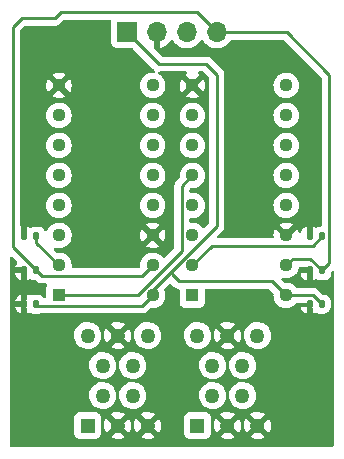
<source format=gbr>
%TF.GenerationSoftware,KiCad,Pcbnew,(6.0.10)*%
%TF.CreationDate,2023-05-16T15:36:24-07:00*%
%TF.ProjectId,SevenSegment,53657665-6e53-4656-976d-656e742e6b69,rev?*%
%TF.SameCoordinates,Original*%
%TF.FileFunction,Copper,L1,Top*%
%TF.FilePolarity,Positive*%
%FSLAX46Y46*%
G04 Gerber Fmt 4.6, Leading zero omitted, Abs format (unit mm)*
G04 Created by KiCad (PCBNEW (6.0.10)) date 2023-05-16 15:36:24*
%MOMM*%
%LPD*%
G01*
G04 APERTURE LIST*
G04 Aperture macros list*
%AMRoundRect*
0 Rectangle with rounded corners*
0 $1 Rounding radius*
0 $2 $3 $4 $5 $6 $7 $8 $9 X,Y pos of 4 corners*
0 Add a 4 corners polygon primitive as box body*
4,1,4,$2,$3,$4,$5,$6,$7,$8,$9,$2,$3,0*
0 Add four circle primitives for the rounded corners*
1,1,$1+$1,$2,$3*
1,1,$1+$1,$4,$5*
1,1,$1+$1,$6,$7*
1,1,$1+$1,$8,$9*
0 Add four rect primitives between the rounded corners*
20,1,$1+$1,$2,$3,$4,$5,0*
20,1,$1+$1,$4,$5,$6,$7,0*
20,1,$1+$1,$6,$7,$8,$9,0*
20,1,$1+$1,$8,$9,$2,$3,0*%
G04 Aperture macros list end*
%TA.AperFunction,ComponentPad*%
%ADD10C,1.270000*%
%TD*%
%TA.AperFunction,ComponentPad*%
%ADD11R,1.270000X1.270000*%
%TD*%
%TA.AperFunction,ComponentPad*%
%ADD12R,1.130000X1.130000*%
%TD*%
%TA.AperFunction,ComponentPad*%
%ADD13C,1.130000*%
%TD*%
%TA.AperFunction,SMDPad,CuDef*%
%ADD14RoundRect,0.135000X-0.135000X-0.185000X0.135000X-0.185000X0.135000X0.185000X-0.135000X0.185000X0*%
%TD*%
%TA.AperFunction,SMDPad,CuDef*%
%ADD15RoundRect,0.135000X0.135000X0.185000X-0.135000X0.185000X-0.135000X-0.185000X0.135000X-0.185000X0*%
%TD*%
%TA.AperFunction,ComponentPad*%
%ADD16R,1.700000X1.700000*%
%TD*%
%TA.AperFunction,ComponentPad*%
%ADD17O,1.700000X1.700000*%
%TD*%
%TA.AperFunction,SMDPad,CuDef*%
%ADD18RoundRect,0.140000X-0.140000X-0.170000X0.140000X-0.170000X0.140000X0.170000X-0.140000X0.170000X0*%
%TD*%
%TA.AperFunction,ViaPad*%
%ADD19C,0.800000*%
%TD*%
%TA.AperFunction,Conductor*%
%ADD20C,0.250000*%
%TD*%
G04 APERTURE END LIST*
D10*
%TO.P,DS-TENS1,10,F*%
%TO.N,/F2*%
X97060000Y-104990000D03*
%TO.P,DS-TENS1,9,G*%
%TO.N,/G2*%
X98330000Y-107530000D03*
%TO.P,DS-TENS1,8,A(C)_2*%
%TO.N,GND*%
X99600000Y-104990000D03*
%TO.P,DS-TENS1,7,A*%
%TO.N,/A2*%
X100870000Y-107530000D03*
%TO.P,DS-TENS1,6,B*%
%TO.N,/B2*%
X102140000Y-104990000D03*
%TO.P,DS-TENS1,5,DP*%
%TO.N,GND*%
X102140000Y-112610000D03*
%TO.P,DS-TENS1,4,C*%
%TO.N,/C2*%
X100870000Y-110070000D03*
%TO.P,DS-TENS1,3,A(C)_1*%
%TO.N,GND*%
X99600000Y-112610000D03*
%TO.P,DS-TENS1,2,D*%
%TO.N,/D2*%
X98330000Y-110070000D03*
D11*
%TO.P,DS-TENS1,1,E*%
%TO.N,/E2*%
X97060000Y-112610000D03*
%TD*%
D10*
%TO.P,DS-ONES1,10,F*%
%TO.N,/F1*%
X106360000Y-104990000D03*
%TO.P,DS-ONES1,9,G*%
%TO.N,/G1*%
X107630000Y-107530000D03*
%TO.P,DS-ONES1,8,A(C)_2*%
%TO.N,GND*%
X108900000Y-104990000D03*
%TO.P,DS-ONES1,7,A*%
%TO.N,/A1*%
X110170000Y-107530000D03*
%TO.P,DS-ONES1,6,B*%
%TO.N,/B1*%
X111440000Y-104990000D03*
%TO.P,DS-ONES1,5,DP*%
%TO.N,GND*%
X111440000Y-112610000D03*
%TO.P,DS-ONES1,4,C*%
%TO.N,/C1*%
X110170000Y-110070000D03*
%TO.P,DS-ONES1,3,A(C)_1*%
%TO.N,GND*%
X108900000Y-112610000D03*
%TO.P,DS-ONES1,2,D*%
%TO.N,/D1*%
X107630000Y-110070000D03*
D11*
%TO.P,DS-ONES1,1,E*%
%TO.N,/E1*%
X106360000Y-112610000D03*
%TD*%
D12*
%TO.P,IC2,1,CLOCK*%
%TO.N,CLOCK_BAR*%
X105930000Y-101590000D03*
D13*
%TO.P,IC2,2,CLOCKINHIBIT*%
%TO.N,Net-(IC2-Pad2)*%
X105930000Y-99050000D03*
%TO.P,IC2,3,RIPPLEBLANKINGIN*%
%TO.N,unconnected-(IC2-Pad3)*%
X105930000Y-96510000D03*
%TO.P,IC2,4,RIPPLEBLANKINGOUT*%
%TO.N,unconnected-(IC2-Pad4)*%
X105930000Y-93970000D03*
%TO.P,IC2,5,CARRYOUT*%
%TO.N,CARRY_1*%
X105930000Y-91430000D03*
%TO.P,IC2,6,F*%
%TO.N,/F1*%
X105930000Y-88890000D03*
%TO.P,IC2,7,G*%
%TO.N,/G1*%
X105930000Y-86350000D03*
%TO.P,IC2,8,VSS*%
%TO.N,GND*%
X105930000Y-83810000D03*
%TO.P,IC2,9,D*%
%TO.N,/D1*%
X113870000Y-83810000D03*
%TO.P,IC2,10,A*%
%TO.N,/A1*%
X113870000Y-86350000D03*
%TO.P,IC2,11,E*%
%TO.N,/E1*%
X113870000Y-88890000D03*
%TO.P,IC2,12,B*%
%TO.N,/B1*%
X113870000Y-91430000D03*
%TO.P,IC2,13,C*%
%TO.N,/C1*%
X113870000Y-93970000D03*
%TO.P,IC2,14,LAMPTEST*%
%TO.N,GND*%
X113870000Y-96510000D03*
%TO.P,IC2,15,RESET*%
%TO.N,/RESET*%
X113870000Y-99050000D03*
%TO.P,IC2,16,VDD*%
%TO.N,+12V*%
X113870000Y-101590000D03*
%TD*%
%TO.P,IC1,16,VDD*%
%TO.N,+12V*%
X102570000Y-101590000D03*
%TO.P,IC1,15,RESET*%
%TO.N,/RESET*%
X102570000Y-99050000D03*
%TO.P,IC1,14,LAMPTEST*%
%TO.N,GND*%
X102570000Y-96510000D03*
%TO.P,IC1,13,C*%
%TO.N,/C2*%
X102570000Y-93970000D03*
%TO.P,IC1,12,B*%
%TO.N,/B2*%
X102570000Y-91430000D03*
%TO.P,IC1,11,E*%
%TO.N,/E2*%
X102570000Y-88890000D03*
%TO.P,IC1,10,A*%
%TO.N,/A2*%
X102570000Y-86350000D03*
%TO.P,IC1,9,D*%
%TO.N,/D2*%
X102570000Y-83810000D03*
%TO.P,IC1,8,VSS*%
%TO.N,GND*%
X94630000Y-83810000D03*
%TO.P,IC1,7,G*%
%TO.N,/G2*%
X94630000Y-86350000D03*
%TO.P,IC1,6,F*%
%TO.N,/F2*%
X94630000Y-88890000D03*
%TO.P,IC1,5,CARRYOUT*%
%TO.N,unconnected-(IC1-Pad5)*%
X94630000Y-91430000D03*
%TO.P,IC1,4,RIPPLEBLANKINGOUT*%
%TO.N,unconnected-(IC1-Pad4)*%
X94630000Y-93970000D03*
%TO.P,IC1,3,RIPPLEBLANKINGIN*%
%TO.N,unconnected-(IC1-Pad3)*%
X94630000Y-96510000D03*
%TO.P,IC1,2,CLOCKINHIBIT*%
%TO.N,Net-(IC1-Pad2)*%
X94630000Y-99050000D03*
D12*
%TO.P,IC1,1,CLOCK*%
%TO.N,CARRY_1*%
X94630000Y-101590000D03*
%TD*%
D14*
%TO.P,R4,1*%
%TO.N,GND*%
X115890000Y-99472500D03*
%TO.P,R4,2*%
%TO.N,/RESET*%
X116910000Y-99472500D03*
%TD*%
%TO.P,R3,1*%
%TO.N,GND*%
X91690000Y-99472500D03*
%TO.P,R3,2*%
%TO.N,/RESET*%
X92710000Y-99472500D03*
%TD*%
D15*
%TO.P,R2,1*%
%TO.N,Net-(IC2-Pad2)*%
X116910000Y-96600000D03*
%TO.P,R2,2*%
%TO.N,GND*%
X115890000Y-96600000D03*
%TD*%
%TO.P,R1,1*%
%TO.N,Net-(IC1-Pad2)*%
X92710000Y-96600000D03*
%TO.P,R1,2*%
%TO.N,GND*%
X91690000Y-96600000D03*
%TD*%
D16*
%TO.P,J1,1,Pin_1*%
%TO.N,+12V*%
X100390000Y-79300000D03*
D17*
%TO.P,J1,2,Pin_2*%
%TO.N,GND*%
X102930000Y-79300000D03*
%TO.P,J1,3,Pin_3*%
%TO.N,CLOCK_BAR*%
X105470000Y-79300000D03*
%TO.P,J1,4,Pin_4*%
%TO.N,/RESET*%
X108010000Y-79300000D03*
%TD*%
D18*
%TO.P,C2,1*%
%TO.N,GND*%
X91700000Y-102335000D03*
%TO.P,C2,2*%
%TO.N,+12V*%
X92660000Y-102335000D03*
%TD*%
%TO.P,C1,1*%
%TO.N,GND*%
X115900000Y-102335000D03*
%TO.P,C1,2*%
%TO.N,+12V*%
X116860000Y-102335000D03*
%TD*%
D19*
%TO.N,GND*%
X94800000Y-104300000D03*
X96300000Y-98600000D03*
X109100000Y-101700000D03*
X109200000Y-95800000D03*
%TD*%
D20*
%TO.N,/RESET*%
X117505000Y-98877500D02*
X116910000Y-99472500D01*
X113900000Y-79300000D02*
X117505000Y-82905000D01*
X117505000Y-82905000D02*
X117505000Y-98877500D01*
X108010000Y-79300000D02*
X113900000Y-79300000D01*
%TO.N,+12V*%
X103090000Y-82000000D02*
X100390000Y-79300000D01*
X107100000Y-82000000D02*
X103090000Y-82000000D01*
X108000000Y-82900000D02*
X107100000Y-82000000D01*
X108000000Y-95698652D02*
X108000000Y-82900000D01*
X104449326Y-99249326D02*
X108000000Y-95698652D01*
%TO.N,/RESET*%
X91475000Y-78125000D02*
X90700000Y-78900000D01*
X94275000Y-78125000D02*
X91475000Y-78125000D01*
X90700000Y-97462500D02*
X92710000Y-99472500D01*
X94800000Y-77600000D02*
X94275000Y-78125000D01*
X106310000Y-77600000D02*
X94800000Y-77600000D01*
X108010000Y-79300000D02*
X106310000Y-77600000D01*
X90700000Y-78900000D02*
X90700000Y-97462500D01*
%TO.N,CARRY_1*%
X105040000Y-97838650D02*
X105040000Y-92320000D01*
X101288650Y-101590000D02*
X105040000Y-97838650D01*
X94630000Y-101590000D02*
X101288650Y-101590000D01*
X105040000Y-92320000D02*
X105930000Y-91430000D01*
%TO.N,+12V*%
X104200000Y-99498652D02*
X104449326Y-99249326D01*
X104200000Y-99800000D02*
X104200000Y-99498652D01*
X112680000Y-100400000D02*
X104800000Y-100400000D01*
X113870000Y-101590000D02*
X112680000Y-100400000D01*
X104800000Y-100400000D02*
X104200000Y-99800000D01*
X102570000Y-101128651D02*
X104449326Y-99249326D01*
X102570000Y-101590000D02*
X102570000Y-101128651D01*
%TO.N,Net-(IC2-Pad2)*%
X107580000Y-97400000D02*
X105930000Y-99050000D01*
X116910000Y-96600000D02*
X116110000Y-97400000D01*
X116110000Y-97400000D02*
X107580000Y-97400000D01*
%TO.N,/RESET*%
X115922500Y-98485000D02*
X116910000Y-99472500D01*
X114435000Y-98485000D02*
X115922500Y-98485000D01*
X113870000Y-99050000D02*
X114435000Y-98485000D01*
%TO.N,+12V*%
X116122609Y-101590000D02*
X113870000Y-101590000D01*
X116860000Y-102327391D02*
X116122609Y-101590000D01*
X116860000Y-102335000D02*
X116860000Y-102327391D01*
X92805000Y-102480000D02*
X101680000Y-102480000D01*
X101680000Y-102480000D02*
X102570000Y-101590000D01*
X92660000Y-102335000D02*
X92805000Y-102480000D01*
%TO.N,/RESET*%
X101680000Y-99940000D02*
X102570000Y-99050000D01*
X93177500Y-99940000D02*
X101680000Y-99940000D01*
X92710000Y-99472500D02*
X93177500Y-99940000D01*
%TO.N,Net-(IC1-Pad2)*%
X92710000Y-97130000D02*
X94630000Y-99050000D01*
X92710000Y-96600000D02*
X92710000Y-97130000D01*
%TD*%
%TA.AperFunction,Conductor*%
%TO.N,GND*%
G36*
X90667012Y-98325870D02*
G01*
X90673595Y-98331999D01*
X91048283Y-98706687D01*
X91082309Y-98768999D01*
X91077244Y-98839814D01*
X91052748Y-98877929D01*
X91053356Y-98878400D01*
X91038854Y-98897095D01*
X90964230Y-99023278D01*
X90957981Y-99037717D01*
X90916662Y-99179936D01*
X90914363Y-99192523D01*
X90913740Y-99200443D01*
X90916910Y-99215530D01*
X90928374Y-99218500D01*
X91507906Y-99218500D01*
X91576027Y-99238502D01*
X91597001Y-99255405D01*
X91894596Y-99553000D01*
X91928622Y-99615312D01*
X91931501Y-99642095D01*
X91931501Y-99722488D01*
X91934371Y-99758966D01*
X91936166Y-99765144D01*
X91936168Y-99765153D01*
X91938997Y-99774890D01*
X91944000Y-99810042D01*
X91944000Y-100274400D01*
X91947973Y-100287931D01*
X91955871Y-100289066D01*
X92074783Y-100254519D01*
X92089220Y-100248271D01*
X92135370Y-100220978D01*
X92204187Y-100203518D01*
X92263646Y-100220977D01*
X92317404Y-100252769D01*
X92325015Y-100254980D01*
X92325017Y-100254981D01*
X92391858Y-100274400D01*
X92473534Y-100298129D01*
X92479941Y-100298633D01*
X92479945Y-100298634D01*
X92507556Y-100300807D01*
X92507562Y-100300807D01*
X92510011Y-100301000D01*
X92589429Y-100301000D01*
X92657550Y-100321002D01*
X92683712Y-100344200D01*
X92685500Y-100347018D01*
X92691277Y-100352443D01*
X92691278Y-100352444D01*
X92735151Y-100393643D01*
X92737993Y-100396398D01*
X92757730Y-100416135D01*
X92760927Y-100418615D01*
X92769947Y-100426318D01*
X92802179Y-100456586D01*
X92809125Y-100460405D01*
X92809128Y-100460407D01*
X92819934Y-100466348D01*
X92836453Y-100477199D01*
X92852459Y-100489614D01*
X92859728Y-100492759D01*
X92859732Y-100492762D01*
X92893037Y-100507174D01*
X92903687Y-100512391D01*
X92942440Y-100533695D01*
X92950115Y-100535666D01*
X92950116Y-100535666D01*
X92962062Y-100538733D01*
X92980767Y-100545137D01*
X92999355Y-100553181D01*
X93007178Y-100554420D01*
X93007188Y-100554423D01*
X93043024Y-100560099D01*
X93054644Y-100562505D01*
X93089789Y-100571528D01*
X93097470Y-100573500D01*
X93117724Y-100573500D01*
X93137434Y-100575051D01*
X93157443Y-100578220D01*
X93165335Y-100577474D01*
X93190967Y-100575051D01*
X93201462Y-100574059D01*
X93213319Y-100573500D01*
X93515980Y-100573500D01*
X93584101Y-100593502D01*
X93630594Y-100647158D01*
X93640698Y-100717432D01*
X93622145Y-100762181D01*
X93624079Y-100763240D01*
X93619771Y-100771108D01*
X93614385Y-100778295D01*
X93563255Y-100914684D01*
X93556500Y-100976866D01*
X93556500Y-101709632D01*
X93536498Y-101777753D01*
X93482842Y-101824246D01*
X93412568Y-101834350D01*
X93347988Y-101804856D01*
X93322048Y-101773772D01*
X93316488Y-101764371D01*
X93200629Y-101648512D01*
X93076352Y-101575015D01*
X93066420Y-101569141D01*
X93066419Y-101569141D01*
X93059597Y-101565106D01*
X93051986Y-101562895D01*
X93051984Y-101562894D01*
X92978144Y-101541442D01*
X92902254Y-101519394D01*
X92895849Y-101518890D01*
X92895844Y-101518889D01*
X92867940Y-101516693D01*
X92867932Y-101516693D01*
X92865484Y-101516500D01*
X92454516Y-101516500D01*
X92452068Y-101516693D01*
X92452060Y-101516693D01*
X92424156Y-101518889D01*
X92424151Y-101518890D01*
X92417746Y-101519394D01*
X92341856Y-101541442D01*
X92268016Y-101562894D01*
X92268014Y-101562895D01*
X92260403Y-101565106D01*
X92253576Y-101569143D01*
X92253577Y-101569143D01*
X92243647Y-101575015D01*
X92174830Y-101592474D01*
X92115372Y-101575016D01*
X92106222Y-101569605D01*
X92091784Y-101563357D01*
X91971395Y-101528381D01*
X91957295Y-101528421D01*
X91954000Y-101535691D01*
X91954000Y-101813621D01*
X91936454Y-101877760D01*
X91920106Y-101905403D01*
X91874394Y-102062746D01*
X91873890Y-102069151D01*
X91873889Y-102069156D01*
X91873191Y-102078031D01*
X91871500Y-102099516D01*
X91871500Y-102570484D01*
X91871693Y-102572932D01*
X91871693Y-102572940D01*
X91873184Y-102591876D01*
X91874394Y-102607254D01*
X91920106Y-102764597D01*
X91924141Y-102771419D01*
X91924141Y-102771420D01*
X91936454Y-102792240D01*
X91954000Y-102856379D01*
X91954000Y-103128558D01*
X91957973Y-103142089D01*
X91965871Y-103143224D01*
X92091784Y-103106643D01*
X92106222Y-103100395D01*
X92115372Y-103094984D01*
X92184188Y-103077526D01*
X92243647Y-103094985D01*
X92249547Y-103098474D01*
X92260403Y-103104894D01*
X92268014Y-103107105D01*
X92268016Y-103107106D01*
X92307246Y-103118503D01*
X92417746Y-103150606D01*
X92424151Y-103151110D01*
X92424156Y-103151111D01*
X92452060Y-103153307D01*
X92452068Y-103153307D01*
X92454516Y-103153500D01*
X92865484Y-103153500D01*
X92867932Y-103153307D01*
X92867940Y-103153307D01*
X92895844Y-103151111D01*
X92895849Y-103151110D01*
X92902254Y-103150606D01*
X93012755Y-103118503D01*
X93047907Y-103113500D01*
X101601233Y-103113500D01*
X101612416Y-103114027D01*
X101619909Y-103115702D01*
X101627835Y-103115453D01*
X101627836Y-103115453D01*
X101687986Y-103113562D01*
X101691945Y-103113500D01*
X101719856Y-103113500D01*
X101723791Y-103113003D01*
X101723856Y-103112995D01*
X101735693Y-103112062D01*
X101767951Y-103111048D01*
X101771970Y-103110922D01*
X101779889Y-103110673D01*
X101799343Y-103105021D01*
X101818700Y-103101013D01*
X101830930Y-103099468D01*
X101830931Y-103099468D01*
X101838797Y-103098474D01*
X101846168Y-103095555D01*
X101846170Y-103095555D01*
X101879912Y-103082196D01*
X101891142Y-103078351D01*
X101925983Y-103068229D01*
X101925984Y-103068229D01*
X101933593Y-103066018D01*
X101940412Y-103061985D01*
X101940417Y-103061983D01*
X101951028Y-103055707D01*
X101968776Y-103047012D01*
X101987617Y-103039552D01*
X102020197Y-103015882D01*
X102023387Y-103013564D01*
X102033307Y-103007048D01*
X102064535Y-102988580D01*
X102064538Y-102988578D01*
X102071362Y-102984542D01*
X102085683Y-102970221D01*
X102100717Y-102957380D01*
X102110694Y-102950131D01*
X102117107Y-102945472D01*
X102122158Y-102939367D01*
X102122163Y-102939362D01*
X102145299Y-102911396D01*
X102153287Y-102902618D01*
X102359276Y-102696629D01*
X102421588Y-102662603D01*
X102453318Y-102659821D01*
X102546965Y-102663500D01*
X102626423Y-102666622D01*
X102741789Y-102649894D01*
X102815955Y-102639141D01*
X102815959Y-102639140D01*
X102821677Y-102638311D01*
X102827149Y-102636453D01*
X102827151Y-102636453D01*
X103003038Y-102576747D01*
X103003040Y-102576746D01*
X103008502Y-102574892D01*
X103180642Y-102478490D01*
X103332331Y-102352331D01*
X103458490Y-102200642D01*
X103554892Y-102028502D01*
X103594095Y-101913016D01*
X103616453Y-101847151D01*
X103616453Y-101847149D01*
X103618311Y-101841677D01*
X103619374Y-101834350D01*
X103637457Y-101709632D01*
X103646622Y-101646423D01*
X103648099Y-101590000D01*
X103630046Y-101393532D01*
X103576492Y-101203644D01*
X103570505Y-101191502D01*
X103555134Y-101160334D01*
X103542944Y-101090392D01*
X103570504Y-101024962D01*
X103579045Y-101015511D01*
X103960231Y-100634325D01*
X104022543Y-100600299D01*
X104093358Y-100605364D01*
X104138421Y-100634325D01*
X104296343Y-100792247D01*
X104303887Y-100800537D01*
X104308000Y-100807018D01*
X104313777Y-100812443D01*
X104357667Y-100853658D01*
X104360509Y-100856413D01*
X104380230Y-100876134D01*
X104383425Y-100878612D01*
X104392447Y-100886318D01*
X104424679Y-100916586D01*
X104431628Y-100920406D01*
X104442432Y-100926346D01*
X104458956Y-100937199D01*
X104474959Y-100949613D01*
X104515543Y-100967176D01*
X104526173Y-100972383D01*
X104564940Y-100993695D01*
X104572617Y-100995666D01*
X104572622Y-100995668D01*
X104584558Y-100998732D01*
X104603266Y-101005137D01*
X104621855Y-101013181D01*
X104629683Y-101014421D01*
X104629690Y-101014423D01*
X104665524Y-101020099D01*
X104677144Y-101022505D01*
X104712289Y-101031528D01*
X104719970Y-101033500D01*
X104730500Y-101033500D01*
X104732464Y-101034077D01*
X104735760Y-101034493D01*
X104735693Y-101035025D01*
X104798621Y-101053502D01*
X104845114Y-101107158D01*
X104856500Y-101159500D01*
X104856500Y-102203134D01*
X104863255Y-102265316D01*
X104914385Y-102401705D01*
X105001739Y-102518261D01*
X105118295Y-102605615D01*
X105254684Y-102656745D01*
X105316866Y-102663500D01*
X106543134Y-102663500D01*
X106605316Y-102656745D01*
X106741705Y-102605615D01*
X106858261Y-102518261D01*
X106945615Y-102401705D01*
X106996745Y-102265316D01*
X107003500Y-102203134D01*
X107003500Y-101159500D01*
X107023502Y-101091379D01*
X107077158Y-101044886D01*
X107129500Y-101033500D01*
X112365406Y-101033500D01*
X112433527Y-101053502D01*
X112454501Y-101070405D01*
X112765312Y-101381216D01*
X112799338Y-101443528D01*
X112801343Y-101485122D01*
X112792949Y-101556035D01*
X112792949Y-101556045D01*
X112792270Y-101561779D01*
X112805174Y-101758652D01*
X112853739Y-101949877D01*
X112936339Y-102129049D01*
X113050207Y-102290169D01*
X113054341Y-102294196D01*
X113160786Y-102397890D01*
X113191530Y-102427840D01*
X113196326Y-102431045D01*
X113196329Y-102431047D01*
X113239963Y-102460202D01*
X113355576Y-102537452D01*
X113360879Y-102539730D01*
X113360882Y-102539732D01*
X113521566Y-102608767D01*
X113536849Y-102615333D01*
X113630185Y-102636453D01*
X113723644Y-102657601D01*
X113723647Y-102657601D01*
X113729280Y-102658876D01*
X113735051Y-102659103D01*
X113735053Y-102659103D01*
X113794054Y-102661421D01*
X113926423Y-102666622D01*
X114041789Y-102649894D01*
X114115955Y-102639141D01*
X114115959Y-102639140D01*
X114121677Y-102638311D01*
X114127149Y-102636453D01*
X114127151Y-102636453D01*
X114223417Y-102603775D01*
X115114937Y-102603775D01*
X115116688Y-102613359D01*
X115158357Y-102756784D01*
X115164604Y-102771220D01*
X115239876Y-102898499D01*
X115249516Y-102910926D01*
X115354074Y-103015484D01*
X115366501Y-103025124D01*
X115493780Y-103100396D01*
X115508216Y-103106643D01*
X115628605Y-103141619D01*
X115642705Y-103141579D01*
X115646000Y-103134309D01*
X115646000Y-102607115D01*
X115641525Y-102591876D01*
X115640135Y-102590671D01*
X115632452Y-102589000D01*
X115131576Y-102589000D01*
X115116781Y-102593344D01*
X115114937Y-102603775D01*
X114223417Y-102603775D01*
X114303038Y-102576747D01*
X114303040Y-102576746D01*
X114308502Y-102574892D01*
X114480642Y-102478490D01*
X114546384Y-102423813D01*
X114627891Y-102356024D01*
X114627893Y-102356022D01*
X114632331Y-102352331D01*
X114701695Y-102268931D01*
X114760631Y-102229347D01*
X114798568Y-102223500D01*
X115808015Y-102223500D01*
X115876136Y-102243502D01*
X115897110Y-102260405D01*
X116034595Y-102397890D01*
X116068621Y-102460202D01*
X116071500Y-102486985D01*
X116071500Y-102570484D01*
X116071693Y-102572932D01*
X116071693Y-102572940D01*
X116073184Y-102591876D01*
X116074394Y-102607254D01*
X116120106Y-102764597D01*
X116124141Y-102771419D01*
X116124141Y-102771420D01*
X116136454Y-102792240D01*
X116154000Y-102856379D01*
X116154000Y-103128558D01*
X116157973Y-103142089D01*
X116165871Y-103143224D01*
X116291784Y-103106643D01*
X116306222Y-103100395D01*
X116315372Y-103094984D01*
X116384188Y-103077526D01*
X116443647Y-103094985D01*
X116449547Y-103098474D01*
X116460403Y-103104894D01*
X116468014Y-103107105D01*
X116468016Y-103107106D01*
X116507246Y-103118503D01*
X116617746Y-103150606D01*
X116624151Y-103151110D01*
X116624156Y-103151111D01*
X116652060Y-103153307D01*
X116652068Y-103153307D01*
X116654516Y-103153500D01*
X117065484Y-103153500D01*
X117067932Y-103153307D01*
X117067940Y-103153307D01*
X117095844Y-103151111D01*
X117095849Y-103151110D01*
X117102254Y-103150606D01*
X117212754Y-103118503D01*
X117251984Y-103107106D01*
X117251986Y-103107105D01*
X117259597Y-103104894D01*
X117267205Y-103100395D01*
X117393808Y-103025522D01*
X117400629Y-103021488D01*
X117516488Y-102905629D01*
X117599894Y-102764597D01*
X117645606Y-102607254D01*
X117646817Y-102591876D01*
X117648307Y-102572940D01*
X117648307Y-102572932D01*
X117648500Y-102570484D01*
X117648500Y-102099516D01*
X117646809Y-102078031D01*
X117646111Y-102069156D01*
X117646110Y-102069151D01*
X117645606Y-102062746D01*
X117599894Y-101905403D01*
X117557874Y-101834350D01*
X117520522Y-101771192D01*
X117516488Y-101764371D01*
X117400629Y-101648512D01*
X117276352Y-101575015D01*
X117266420Y-101569141D01*
X117266419Y-101569141D01*
X117259597Y-101565106D01*
X117251986Y-101562895D01*
X117251984Y-101562894D01*
X117178144Y-101541442D01*
X117102254Y-101519394D01*
X117095849Y-101518890D01*
X117095844Y-101518889D01*
X117067940Y-101516693D01*
X117067932Y-101516693D01*
X117065484Y-101516500D01*
X116997204Y-101516500D01*
X116929083Y-101496498D01*
X116908109Y-101479595D01*
X116626261Y-101197747D01*
X116618721Y-101189461D01*
X116614609Y-101182982D01*
X116564957Y-101136356D01*
X116562116Y-101133602D01*
X116542379Y-101113865D01*
X116539182Y-101111385D01*
X116530160Y-101103680D01*
X116516010Y-101090392D01*
X116497930Y-101073414D01*
X116490984Y-101069595D01*
X116490981Y-101069593D01*
X116480175Y-101063652D01*
X116463656Y-101052801D01*
X116463192Y-101052441D01*
X116447650Y-101040386D01*
X116440381Y-101037241D01*
X116440377Y-101037238D01*
X116407072Y-101022826D01*
X116396422Y-101017609D01*
X116357669Y-100996305D01*
X116338046Y-100991267D01*
X116319343Y-100984863D01*
X116308029Y-100979967D01*
X116308028Y-100979967D01*
X116300754Y-100976819D01*
X116292931Y-100975580D01*
X116292921Y-100975577D01*
X116257085Y-100969901D01*
X116245465Y-100967495D01*
X116210320Y-100958472D01*
X116210319Y-100958472D01*
X116202639Y-100956500D01*
X116182385Y-100956500D01*
X116162674Y-100954949D01*
X116154290Y-100953621D01*
X116142666Y-100951780D01*
X116134774Y-100952526D01*
X116098648Y-100955941D01*
X116086790Y-100956500D01*
X114799979Y-100956500D01*
X114731858Y-100936498D01*
X114699021Y-100905889D01*
X114674637Y-100873235D01*
X114674636Y-100873234D01*
X114671184Y-100868611D01*
X114666948Y-100864695D01*
X114530546Y-100738607D01*
X114530544Y-100738605D01*
X114526305Y-100734687D01*
X114359447Y-100629407D01*
X114176197Y-100556297D01*
X114170529Y-100555170D01*
X114170527Y-100555169D01*
X113988360Y-100518934D01*
X113988356Y-100518934D01*
X113982692Y-100517807D01*
X113976917Y-100517731D01*
X113976913Y-100517731D01*
X113878267Y-100516440D01*
X113785413Y-100515224D01*
X113769253Y-100518001D01*
X113698731Y-100509825D01*
X113658821Y-100482916D01*
X113475883Y-100299978D01*
X113441857Y-100237666D01*
X113446922Y-100166851D01*
X113489469Y-100110015D01*
X113555989Y-100085204D01*
X113592784Y-100087990D01*
X113661791Y-100103605D01*
X113723644Y-100117601D01*
X113723647Y-100117601D01*
X113729280Y-100118876D01*
X113735051Y-100119103D01*
X113735053Y-100119103D01*
X113794054Y-100121421D01*
X113926423Y-100126622D01*
X114041789Y-100109894D01*
X114115955Y-100099141D01*
X114115959Y-100099140D01*
X114121677Y-100098311D01*
X114127149Y-100096453D01*
X114127151Y-100096453D01*
X114303038Y-100036747D01*
X114303040Y-100036746D01*
X114308502Y-100034892D01*
X114480642Y-99938490D01*
X114632331Y-99812331D01*
X114690407Y-99742503D01*
X115113579Y-99742503D01*
X115114363Y-99752477D01*
X115116662Y-99765064D01*
X115157981Y-99907283D01*
X115164230Y-99921722D01*
X115238854Y-100047905D01*
X115248501Y-100060341D01*
X115352159Y-100163999D01*
X115364595Y-100173646D01*
X115490778Y-100248270D01*
X115505217Y-100254519D01*
X115618605Y-100287461D01*
X115632705Y-100287421D01*
X115636000Y-100280151D01*
X115636000Y-99744615D01*
X115631525Y-99729376D01*
X115630135Y-99728171D01*
X115622452Y-99726500D01*
X115130434Y-99726500D01*
X115115639Y-99730844D01*
X115113579Y-99742503D01*
X114690407Y-99742503D01*
X114758490Y-99660642D01*
X114854892Y-99488502D01*
X114918311Y-99301677D01*
X114919141Y-99295955D01*
X114920364Y-99290860D01*
X114955715Y-99229290D01*
X115018741Y-99196607D01*
X115089432Y-99203186D01*
X115102369Y-99211763D01*
X115128374Y-99218500D01*
X115707906Y-99218500D01*
X115776027Y-99238502D01*
X115797001Y-99255405D01*
X116094596Y-99553000D01*
X116128622Y-99615312D01*
X116131501Y-99642095D01*
X116131501Y-99722488D01*
X116134371Y-99758966D01*
X116136166Y-99765144D01*
X116136168Y-99765153D01*
X116138997Y-99774890D01*
X116144000Y-99810042D01*
X116144000Y-100274400D01*
X116147973Y-100287931D01*
X116155871Y-100289066D01*
X116274783Y-100254519D01*
X116289220Y-100248271D01*
X116335370Y-100220978D01*
X116404187Y-100203518D01*
X116463646Y-100220977D01*
X116517404Y-100252769D01*
X116525015Y-100254980D01*
X116525017Y-100254981D01*
X116591858Y-100274400D01*
X116673534Y-100298129D01*
X116679941Y-100298633D01*
X116679945Y-100298634D01*
X116707556Y-100300807D01*
X116707562Y-100300807D01*
X116710011Y-100301000D01*
X116909878Y-100301000D01*
X117109988Y-100300999D01*
X117146466Y-100298129D01*
X117243270Y-100270005D01*
X117294983Y-100254981D01*
X117294985Y-100254980D01*
X117302596Y-100252769D01*
X117310204Y-100248270D01*
X117435720Y-100174040D01*
X117442541Y-100170006D01*
X117557506Y-100055041D01*
X117591564Y-99997452D01*
X117636234Y-99921919D01*
X117636234Y-99921918D01*
X117640269Y-99915096D01*
X117649474Y-99883414D01*
X117681003Y-99774890D01*
X117685629Y-99758966D01*
X117686135Y-99752547D01*
X117688307Y-99724944D01*
X117688307Y-99724938D01*
X117688500Y-99722489D01*
X117688500Y-99642095D01*
X117708502Y-99573974D01*
X117725405Y-99553000D01*
X117726405Y-99552000D01*
X117788717Y-99517974D01*
X117859532Y-99523039D01*
X117916368Y-99565586D01*
X117941179Y-99632106D01*
X117941500Y-99641095D01*
X117941500Y-114265500D01*
X117921498Y-114333621D01*
X117867842Y-114380114D01*
X117815500Y-114391500D01*
X90584500Y-114391500D01*
X90516379Y-114371498D01*
X90469886Y-114317842D01*
X90458500Y-114265500D01*
X90458500Y-113293134D01*
X95916500Y-113293134D01*
X95923255Y-113355316D01*
X95974385Y-113491705D01*
X96061739Y-113608261D01*
X96178295Y-113695615D01*
X96314684Y-113746745D01*
X96376866Y-113753500D01*
X97743134Y-113753500D01*
X97805316Y-113746745D01*
X97941705Y-113695615D01*
X98058261Y-113608261D01*
X98082042Y-113576530D01*
X98997830Y-113576530D01*
X99007710Y-113589017D01*
X99047472Y-113615585D01*
X99057575Y-113621071D01*
X99239973Y-113699435D01*
X99250916Y-113702990D01*
X99444533Y-113746802D01*
X99455942Y-113748304D01*
X99654308Y-113756097D01*
X99665790Y-113755495D01*
X99862250Y-113727011D01*
X99873445Y-113724323D01*
X100061424Y-113660512D01*
X100071931Y-113655834D01*
X100193745Y-113587614D01*
X100203610Y-113577536D01*
X100203222Y-113576530D01*
X101537830Y-113576530D01*
X101547710Y-113589017D01*
X101587472Y-113615585D01*
X101597575Y-113621071D01*
X101779973Y-113699435D01*
X101790916Y-113702990D01*
X101984533Y-113746802D01*
X101995942Y-113748304D01*
X102194308Y-113756097D01*
X102205790Y-113755495D01*
X102402250Y-113727011D01*
X102413445Y-113724323D01*
X102601424Y-113660512D01*
X102611931Y-113655834D01*
X102733745Y-113587614D01*
X102743610Y-113577536D01*
X102740654Y-113569864D01*
X102463924Y-113293134D01*
X105216500Y-113293134D01*
X105223255Y-113355316D01*
X105274385Y-113491705D01*
X105361739Y-113608261D01*
X105478295Y-113695615D01*
X105614684Y-113746745D01*
X105676866Y-113753500D01*
X107043134Y-113753500D01*
X107105316Y-113746745D01*
X107241705Y-113695615D01*
X107358261Y-113608261D01*
X107382042Y-113576530D01*
X108297830Y-113576530D01*
X108307710Y-113589017D01*
X108347472Y-113615585D01*
X108357575Y-113621071D01*
X108539973Y-113699435D01*
X108550916Y-113702990D01*
X108744533Y-113746802D01*
X108755942Y-113748304D01*
X108954308Y-113756097D01*
X108965790Y-113755495D01*
X109162250Y-113727011D01*
X109173445Y-113724323D01*
X109361424Y-113660512D01*
X109371931Y-113655834D01*
X109493745Y-113587614D01*
X109503610Y-113577536D01*
X109503222Y-113576530D01*
X110837830Y-113576530D01*
X110847710Y-113589017D01*
X110887472Y-113615585D01*
X110897575Y-113621071D01*
X111079973Y-113699435D01*
X111090916Y-113702990D01*
X111284533Y-113746802D01*
X111295942Y-113748304D01*
X111494308Y-113756097D01*
X111505790Y-113755495D01*
X111702250Y-113727011D01*
X111713445Y-113724323D01*
X111901424Y-113660512D01*
X111911931Y-113655834D01*
X112033745Y-113587614D01*
X112043610Y-113577536D01*
X112040654Y-113569864D01*
X111452812Y-112982022D01*
X111438868Y-112974408D01*
X111437035Y-112974539D01*
X111430420Y-112978790D01*
X110844027Y-113565183D01*
X110837830Y-113576530D01*
X109503222Y-113576530D01*
X109500654Y-113569864D01*
X108912812Y-112982022D01*
X108898868Y-112974408D01*
X108897035Y-112974539D01*
X108890420Y-112978790D01*
X108304027Y-113565183D01*
X108297830Y-113576530D01*
X107382042Y-113576530D01*
X107445615Y-113491705D01*
X107496745Y-113355316D01*
X107503500Y-113293134D01*
X107503500Y-112629903D01*
X107515474Y-112589123D01*
X107513663Y-112585407D01*
X107744613Y-112585407D01*
X107750396Y-112594405D01*
X107755230Y-112621662D01*
X107765858Y-112783803D01*
X107767659Y-112795173D01*
X107816523Y-112987576D01*
X107820364Y-112998423D01*
X107903475Y-113178705D01*
X107909223Y-113188661D01*
X107920675Y-113204867D01*
X107931263Y-113213254D01*
X107944564Y-113206226D01*
X108527978Y-112622812D01*
X108534356Y-112611132D01*
X109264408Y-112611132D01*
X109264539Y-112612965D01*
X109268790Y-112619580D01*
X109855950Y-113206740D01*
X109868330Y-113213500D01*
X109874910Y-113208574D01*
X109945834Y-113081931D01*
X109950512Y-113071424D01*
X110014323Y-112883445D01*
X110017011Y-112872250D01*
X110045791Y-112673750D01*
X110046737Y-112662664D01*
X110048427Y-112662808D01*
X110064573Y-112612817D01*
X110063036Y-112609662D01*
X110275506Y-112609662D01*
X110294105Y-112640382D01*
X110298031Y-112664387D01*
X110305858Y-112783803D01*
X110307659Y-112795173D01*
X110356523Y-112987576D01*
X110360364Y-112998423D01*
X110443475Y-113178705D01*
X110449223Y-113188661D01*
X110460675Y-113204867D01*
X110471263Y-113213254D01*
X110484564Y-113206226D01*
X111067978Y-112622812D01*
X111074356Y-112611132D01*
X111804408Y-112611132D01*
X111804539Y-112612965D01*
X111808790Y-112619580D01*
X112395950Y-113206740D01*
X112408330Y-113213500D01*
X112414910Y-113208574D01*
X112485834Y-113081931D01*
X112490512Y-113071424D01*
X112554323Y-112883445D01*
X112557011Y-112872250D01*
X112585791Y-112673750D01*
X112586421Y-112666367D01*
X112587800Y-112613704D01*
X112587557Y-112606305D01*
X112569204Y-112406566D01*
X112567107Y-112395251D01*
X112513222Y-112204190D01*
X112509100Y-112193451D01*
X112421299Y-112015409D01*
X112419192Y-112011970D01*
X112409876Y-112004980D01*
X112397459Y-112011751D01*
X111812022Y-112597188D01*
X111804408Y-112611132D01*
X111074356Y-112611132D01*
X111075592Y-112608868D01*
X111075461Y-112607035D01*
X111071210Y-112600420D01*
X110482626Y-112011836D01*
X110470246Y-112005076D01*
X110464280Y-112009542D01*
X110382173Y-112165602D01*
X110377768Y-112176236D01*
X110318900Y-112365822D01*
X110316508Y-112377076D01*
X110294149Y-112565985D01*
X110275506Y-112609662D01*
X110063036Y-112609662D01*
X110044791Y-112572217D01*
X110043551Y-112562704D01*
X110029204Y-112406566D01*
X110027107Y-112395251D01*
X109973222Y-112204190D01*
X109969100Y-112193451D01*
X109881299Y-112015409D01*
X109879192Y-112011970D01*
X109869876Y-112004980D01*
X109857459Y-112011751D01*
X109272022Y-112597188D01*
X109264408Y-112611132D01*
X108534356Y-112611132D01*
X108535592Y-112608868D01*
X108535461Y-112607035D01*
X108531210Y-112600420D01*
X107942626Y-112011836D01*
X107930246Y-112005076D01*
X107924280Y-112009542D01*
X107842173Y-112165602D01*
X107837768Y-112176236D01*
X107778900Y-112365822D01*
X107776508Y-112377076D01*
X107754627Y-112561947D01*
X107744613Y-112585407D01*
X107513663Y-112585407D01*
X107505269Y-112568179D01*
X107503500Y-112547137D01*
X107503500Y-111926866D01*
X107496745Y-111864684D01*
X107445615Y-111728295D01*
X107381794Y-111643139D01*
X108297251Y-111643139D01*
X108300738Y-111651528D01*
X108887188Y-112237978D01*
X108901132Y-112245592D01*
X108902965Y-112245461D01*
X108909580Y-112241210D01*
X109495657Y-111655133D01*
X109502206Y-111643139D01*
X110837251Y-111643139D01*
X110840738Y-111651528D01*
X111427188Y-112237978D01*
X111441132Y-112245592D01*
X111442965Y-112245461D01*
X111449580Y-112241210D01*
X112035657Y-111655133D01*
X112042417Y-111642753D01*
X112036387Y-111634698D01*
X111966020Y-111590299D01*
X111955769Y-111585076D01*
X111771389Y-111511516D01*
X111760352Y-111508247D01*
X111565654Y-111469518D01*
X111554210Y-111468315D01*
X111355719Y-111465718D01*
X111344239Y-111466621D01*
X111148599Y-111500238D01*
X111137479Y-111503218D01*
X110951234Y-111571927D01*
X110940856Y-111576877D01*
X110846849Y-111632806D01*
X110837251Y-111643139D01*
X109502206Y-111643139D01*
X109502417Y-111642753D01*
X109496387Y-111634698D01*
X109426020Y-111590299D01*
X109415769Y-111585076D01*
X109231389Y-111511516D01*
X109220352Y-111508247D01*
X109025654Y-111469518D01*
X109014210Y-111468315D01*
X108815719Y-111465718D01*
X108804239Y-111466621D01*
X108608599Y-111500238D01*
X108597479Y-111503218D01*
X108411234Y-111571927D01*
X108400856Y-111576877D01*
X108306849Y-111632806D01*
X108297251Y-111643139D01*
X107381794Y-111643139D01*
X107358261Y-111611739D01*
X107241705Y-111524385D01*
X107105316Y-111473255D01*
X107043134Y-111466500D01*
X105676866Y-111466500D01*
X105614684Y-111473255D01*
X105478295Y-111524385D01*
X105361739Y-111611739D01*
X105274385Y-111728295D01*
X105223255Y-111864684D01*
X105216500Y-111926866D01*
X105216500Y-113293134D01*
X102463924Y-113293134D01*
X102152812Y-112982022D01*
X102138868Y-112974408D01*
X102137035Y-112974539D01*
X102130420Y-112978790D01*
X101544027Y-113565183D01*
X101537830Y-113576530D01*
X100203222Y-113576530D01*
X100200654Y-113569864D01*
X99612812Y-112982022D01*
X99598868Y-112974408D01*
X99597035Y-112974539D01*
X99590420Y-112978790D01*
X99004027Y-113565183D01*
X98997830Y-113576530D01*
X98082042Y-113576530D01*
X98145615Y-113491705D01*
X98196745Y-113355316D01*
X98203500Y-113293134D01*
X98203500Y-112629903D01*
X98215474Y-112589123D01*
X98213663Y-112585407D01*
X98444613Y-112585407D01*
X98450396Y-112594405D01*
X98455230Y-112621662D01*
X98465858Y-112783803D01*
X98467659Y-112795173D01*
X98516523Y-112987576D01*
X98520364Y-112998423D01*
X98603475Y-113178705D01*
X98609223Y-113188661D01*
X98620675Y-113204867D01*
X98631263Y-113213254D01*
X98644564Y-113206226D01*
X99227978Y-112622812D01*
X99234356Y-112611132D01*
X99964408Y-112611132D01*
X99964539Y-112612965D01*
X99968790Y-112619580D01*
X100555950Y-113206740D01*
X100568330Y-113213500D01*
X100574910Y-113208574D01*
X100645834Y-113081931D01*
X100650512Y-113071424D01*
X100714323Y-112883445D01*
X100717011Y-112872250D01*
X100745791Y-112673750D01*
X100746737Y-112662664D01*
X100748427Y-112662808D01*
X100764573Y-112612817D01*
X100763036Y-112609662D01*
X100975506Y-112609662D01*
X100994105Y-112640382D01*
X100998031Y-112664387D01*
X101005858Y-112783803D01*
X101007659Y-112795173D01*
X101056523Y-112987576D01*
X101060364Y-112998423D01*
X101143475Y-113178705D01*
X101149223Y-113188661D01*
X101160675Y-113204867D01*
X101171263Y-113213254D01*
X101184564Y-113206226D01*
X101767978Y-112622812D01*
X101774356Y-112611132D01*
X102504408Y-112611132D01*
X102504539Y-112612965D01*
X102508790Y-112619580D01*
X103095950Y-113206740D01*
X103108330Y-113213500D01*
X103114910Y-113208574D01*
X103185834Y-113081931D01*
X103190512Y-113071424D01*
X103254323Y-112883445D01*
X103257011Y-112872250D01*
X103285791Y-112673750D01*
X103286421Y-112666367D01*
X103287800Y-112613704D01*
X103287557Y-112606305D01*
X103269204Y-112406566D01*
X103267107Y-112395251D01*
X103213222Y-112204190D01*
X103209100Y-112193451D01*
X103121299Y-112015409D01*
X103119192Y-112011970D01*
X103109876Y-112004980D01*
X103097459Y-112011751D01*
X102512022Y-112597188D01*
X102504408Y-112611132D01*
X101774356Y-112611132D01*
X101775592Y-112608868D01*
X101775461Y-112607035D01*
X101771210Y-112600420D01*
X101182626Y-112011836D01*
X101170246Y-112005076D01*
X101164280Y-112009542D01*
X101082173Y-112165602D01*
X101077768Y-112176236D01*
X101018900Y-112365822D01*
X101016508Y-112377076D01*
X100994149Y-112565985D01*
X100975506Y-112609662D01*
X100763036Y-112609662D01*
X100744791Y-112572217D01*
X100743551Y-112562704D01*
X100729204Y-112406566D01*
X100727107Y-112395251D01*
X100673222Y-112204190D01*
X100669100Y-112193451D01*
X100581299Y-112015409D01*
X100579192Y-112011970D01*
X100569876Y-112004980D01*
X100557459Y-112011751D01*
X99972022Y-112597188D01*
X99964408Y-112611132D01*
X99234356Y-112611132D01*
X99235592Y-112608868D01*
X99235461Y-112607035D01*
X99231210Y-112600420D01*
X98642626Y-112011836D01*
X98630246Y-112005076D01*
X98624280Y-112009542D01*
X98542173Y-112165602D01*
X98537768Y-112176236D01*
X98478900Y-112365822D01*
X98476508Y-112377076D01*
X98454627Y-112561947D01*
X98444613Y-112585407D01*
X98213663Y-112585407D01*
X98205269Y-112568179D01*
X98203500Y-112547137D01*
X98203500Y-111926866D01*
X98196745Y-111864684D01*
X98145615Y-111728295D01*
X98081794Y-111643139D01*
X98997251Y-111643139D01*
X99000738Y-111651528D01*
X99587188Y-112237978D01*
X99601132Y-112245592D01*
X99602965Y-112245461D01*
X99609580Y-112241210D01*
X100195657Y-111655133D01*
X100202206Y-111643139D01*
X101537251Y-111643139D01*
X101540738Y-111651528D01*
X102127188Y-112237978D01*
X102141132Y-112245592D01*
X102142965Y-112245461D01*
X102149580Y-112241210D01*
X102735657Y-111655133D01*
X102742417Y-111642753D01*
X102736387Y-111634698D01*
X102666020Y-111590299D01*
X102655769Y-111585076D01*
X102471389Y-111511516D01*
X102460352Y-111508247D01*
X102265654Y-111469518D01*
X102254210Y-111468315D01*
X102055719Y-111465718D01*
X102044239Y-111466621D01*
X101848599Y-111500238D01*
X101837479Y-111503218D01*
X101651234Y-111571927D01*
X101640856Y-111576877D01*
X101546849Y-111632806D01*
X101537251Y-111643139D01*
X100202206Y-111643139D01*
X100202417Y-111642753D01*
X100196387Y-111634698D01*
X100126020Y-111590299D01*
X100115769Y-111585076D01*
X99931389Y-111511516D01*
X99920352Y-111508247D01*
X99725654Y-111469518D01*
X99714210Y-111468315D01*
X99515719Y-111465718D01*
X99504239Y-111466621D01*
X99308599Y-111500238D01*
X99297479Y-111503218D01*
X99111234Y-111571927D01*
X99100856Y-111576877D01*
X99006849Y-111632806D01*
X98997251Y-111643139D01*
X98081794Y-111643139D01*
X98058261Y-111611739D01*
X97941705Y-111524385D01*
X97805316Y-111473255D01*
X97743134Y-111466500D01*
X96376866Y-111466500D01*
X96314684Y-111473255D01*
X96178295Y-111524385D01*
X96061739Y-111611739D01*
X95974385Y-111728295D01*
X95923255Y-111864684D01*
X95916500Y-111926866D01*
X95916500Y-113293134D01*
X90458500Y-113293134D01*
X90458500Y-110039938D01*
X97181995Y-110039938D01*
X97195740Y-110249649D01*
X97247471Y-110453343D01*
X97249890Y-110458590D01*
X97333038Y-110638953D01*
X97333041Y-110638958D01*
X97335457Y-110644199D01*
X97456751Y-110815825D01*
X97607289Y-110962474D01*
X97612085Y-110965679D01*
X97612088Y-110965681D01*
X97682499Y-111012728D01*
X97782031Y-111079233D01*
X97787339Y-111081514D01*
X97787340Y-111081514D01*
X97969822Y-111159914D01*
X97969825Y-111159915D01*
X97975125Y-111162192D01*
X97980754Y-111163466D01*
X97980755Y-111163466D01*
X98174467Y-111207299D01*
X98174473Y-111207300D01*
X98180104Y-111208574D01*
X98185875Y-111208801D01*
X98185877Y-111208801D01*
X98249433Y-111211298D01*
X98390103Y-111216825D01*
X98598088Y-111186669D01*
X98603552Y-111184814D01*
X98603557Y-111184813D01*
X98791624Y-111120973D01*
X98791629Y-111120971D01*
X98797096Y-111119115D01*
X98980460Y-111016426D01*
X99142041Y-110882041D01*
X99276426Y-110720460D01*
X99379115Y-110537096D01*
X99380971Y-110531629D01*
X99380973Y-110531624D01*
X99444813Y-110343557D01*
X99444814Y-110343552D01*
X99446669Y-110338088D01*
X99476825Y-110130103D01*
X99476868Y-110128466D01*
X99497816Y-110074564D01*
X99496184Y-110071214D01*
X99702868Y-110071214D01*
X99725730Y-110114477D01*
X99727985Y-110131334D01*
X99735740Y-110249649D01*
X99787471Y-110453343D01*
X99789890Y-110458590D01*
X99873038Y-110638953D01*
X99873041Y-110638958D01*
X99875457Y-110644199D01*
X99996751Y-110815825D01*
X100147289Y-110962474D01*
X100152085Y-110965679D01*
X100152088Y-110965681D01*
X100222499Y-111012728D01*
X100322031Y-111079233D01*
X100327339Y-111081514D01*
X100327340Y-111081514D01*
X100509822Y-111159914D01*
X100509825Y-111159915D01*
X100515125Y-111162192D01*
X100520754Y-111163466D01*
X100520755Y-111163466D01*
X100714467Y-111207299D01*
X100714473Y-111207300D01*
X100720104Y-111208574D01*
X100725875Y-111208801D01*
X100725877Y-111208801D01*
X100789433Y-111211298D01*
X100930103Y-111216825D01*
X101138088Y-111186669D01*
X101143552Y-111184814D01*
X101143557Y-111184813D01*
X101331624Y-111120973D01*
X101331629Y-111120971D01*
X101337096Y-111119115D01*
X101520460Y-111016426D01*
X101682041Y-110882041D01*
X101816426Y-110720460D01*
X101919115Y-110537096D01*
X101920971Y-110531629D01*
X101920973Y-110531624D01*
X101984813Y-110343557D01*
X101984814Y-110343552D01*
X101986669Y-110338088D01*
X102016825Y-110130103D01*
X102018399Y-110070000D01*
X102015637Y-110039938D01*
X106481995Y-110039938D01*
X106495740Y-110249649D01*
X106547471Y-110453343D01*
X106549890Y-110458590D01*
X106633038Y-110638953D01*
X106633041Y-110638958D01*
X106635457Y-110644199D01*
X106756751Y-110815825D01*
X106907289Y-110962474D01*
X106912085Y-110965679D01*
X106912088Y-110965681D01*
X106982499Y-111012728D01*
X107082031Y-111079233D01*
X107087339Y-111081514D01*
X107087340Y-111081514D01*
X107269822Y-111159914D01*
X107269825Y-111159915D01*
X107275125Y-111162192D01*
X107280754Y-111163466D01*
X107280755Y-111163466D01*
X107474467Y-111207299D01*
X107474473Y-111207300D01*
X107480104Y-111208574D01*
X107485875Y-111208801D01*
X107485877Y-111208801D01*
X107549433Y-111211298D01*
X107690103Y-111216825D01*
X107898088Y-111186669D01*
X107903552Y-111184814D01*
X107903557Y-111184813D01*
X108091624Y-111120973D01*
X108091629Y-111120971D01*
X108097096Y-111119115D01*
X108280460Y-111016426D01*
X108442041Y-110882041D01*
X108576426Y-110720460D01*
X108679115Y-110537096D01*
X108680971Y-110531629D01*
X108680973Y-110531624D01*
X108744813Y-110343557D01*
X108744814Y-110343552D01*
X108746669Y-110338088D01*
X108776825Y-110130103D01*
X108776868Y-110128466D01*
X108797816Y-110074564D01*
X108796184Y-110071214D01*
X109002868Y-110071214D01*
X109025730Y-110114477D01*
X109027985Y-110131334D01*
X109035740Y-110249649D01*
X109087471Y-110453343D01*
X109089890Y-110458590D01*
X109173038Y-110638953D01*
X109173041Y-110638958D01*
X109175457Y-110644199D01*
X109296751Y-110815825D01*
X109447289Y-110962474D01*
X109452085Y-110965679D01*
X109452088Y-110965681D01*
X109522499Y-111012728D01*
X109622031Y-111079233D01*
X109627339Y-111081514D01*
X109627340Y-111081514D01*
X109809822Y-111159914D01*
X109809825Y-111159915D01*
X109815125Y-111162192D01*
X109820754Y-111163466D01*
X109820755Y-111163466D01*
X110014467Y-111207299D01*
X110014473Y-111207300D01*
X110020104Y-111208574D01*
X110025875Y-111208801D01*
X110025877Y-111208801D01*
X110089433Y-111211298D01*
X110230103Y-111216825D01*
X110438088Y-111186669D01*
X110443552Y-111184814D01*
X110443557Y-111184813D01*
X110631624Y-111120973D01*
X110631629Y-111120971D01*
X110637096Y-111119115D01*
X110820460Y-111016426D01*
X110982041Y-110882041D01*
X111116426Y-110720460D01*
X111219115Y-110537096D01*
X111220971Y-110531629D01*
X111220973Y-110531624D01*
X111284813Y-110343557D01*
X111284814Y-110343552D01*
X111286669Y-110338088D01*
X111316825Y-110130103D01*
X111318399Y-110070000D01*
X111299169Y-109860721D01*
X111242123Y-109658451D01*
X111149171Y-109469963D01*
X111023427Y-109301571D01*
X110869101Y-109158914D01*
X110691362Y-109046769D01*
X110496163Y-108968892D01*
X110490506Y-108967767D01*
X110490500Y-108967765D01*
X110295707Y-108929019D01*
X110295705Y-108929019D01*
X110290040Y-108927892D01*
X110284265Y-108927816D01*
X110284261Y-108927816D01*
X110249466Y-108927361D01*
X110247720Y-108927338D01*
X110205049Y-108914200D01*
X110191146Y-108922382D01*
X110158775Y-108926174D01*
X110079898Y-108925141D01*
X110074201Y-108926120D01*
X110074200Y-108926120D01*
X109878469Y-108959753D01*
X109872772Y-108960732D01*
X109675601Y-109033472D01*
X109494988Y-109140926D01*
X109336981Y-109279494D01*
X109206872Y-109444537D01*
X109204181Y-109449653D01*
X109204179Y-109449655D01*
X109190769Y-109475144D01*
X109109018Y-109630527D01*
X109046696Y-109831234D01*
X109046017Y-109836969D01*
X109046017Y-109836970D01*
X109024212Y-110021206D01*
X109002868Y-110071214D01*
X108796184Y-110071214D01*
X108774855Y-110027440D01*
X108773614Y-110017926D01*
X108759698Y-109866478D01*
X108759169Y-109860721D01*
X108702123Y-109658451D01*
X108609171Y-109469963D01*
X108483427Y-109301571D01*
X108329101Y-109158914D01*
X108151362Y-109046769D01*
X107956163Y-108968892D01*
X107950506Y-108967767D01*
X107950500Y-108967765D01*
X107755707Y-108929019D01*
X107755705Y-108929019D01*
X107750040Y-108927892D01*
X107744265Y-108927816D01*
X107744261Y-108927816D01*
X107709466Y-108927361D01*
X107707720Y-108927338D01*
X107665049Y-108914200D01*
X107651146Y-108922382D01*
X107618775Y-108926174D01*
X107539898Y-108925141D01*
X107534201Y-108926120D01*
X107534200Y-108926120D01*
X107338469Y-108959753D01*
X107332772Y-108960732D01*
X107135601Y-109033472D01*
X106954988Y-109140926D01*
X106796981Y-109279494D01*
X106666872Y-109444537D01*
X106664181Y-109449653D01*
X106664179Y-109449655D01*
X106650769Y-109475144D01*
X106569018Y-109630527D01*
X106506696Y-109831234D01*
X106481995Y-110039938D01*
X102015637Y-110039938D01*
X101999169Y-109860721D01*
X101942123Y-109658451D01*
X101849171Y-109469963D01*
X101723427Y-109301571D01*
X101569101Y-109158914D01*
X101391362Y-109046769D01*
X101196163Y-108968892D01*
X101190506Y-108967767D01*
X101190500Y-108967765D01*
X100995707Y-108929019D01*
X100995705Y-108929019D01*
X100990040Y-108927892D01*
X100984265Y-108927816D01*
X100984261Y-108927816D01*
X100949466Y-108927361D01*
X100947720Y-108927338D01*
X100905049Y-108914200D01*
X100891146Y-108922382D01*
X100858775Y-108926174D01*
X100779898Y-108925141D01*
X100774201Y-108926120D01*
X100774200Y-108926120D01*
X100578469Y-108959753D01*
X100572772Y-108960732D01*
X100375601Y-109033472D01*
X100194988Y-109140926D01*
X100036981Y-109279494D01*
X99906872Y-109444537D01*
X99904181Y-109449653D01*
X99904179Y-109449655D01*
X99890769Y-109475144D01*
X99809018Y-109630527D01*
X99746696Y-109831234D01*
X99746017Y-109836969D01*
X99746017Y-109836970D01*
X99724212Y-110021206D01*
X99702868Y-110071214D01*
X99496184Y-110071214D01*
X99474855Y-110027440D01*
X99473614Y-110017926D01*
X99459698Y-109866478D01*
X99459169Y-109860721D01*
X99402123Y-109658451D01*
X99309171Y-109469963D01*
X99183427Y-109301571D01*
X99029101Y-109158914D01*
X98851362Y-109046769D01*
X98656163Y-108968892D01*
X98650506Y-108967767D01*
X98650500Y-108967765D01*
X98455707Y-108929019D01*
X98455705Y-108929019D01*
X98450040Y-108927892D01*
X98444265Y-108927816D01*
X98444261Y-108927816D01*
X98409466Y-108927361D01*
X98407720Y-108927338D01*
X98365049Y-108914200D01*
X98351146Y-108922382D01*
X98318775Y-108926174D01*
X98239898Y-108925141D01*
X98234201Y-108926120D01*
X98234200Y-108926120D01*
X98038469Y-108959753D01*
X98032772Y-108960732D01*
X97835601Y-109033472D01*
X97654988Y-109140926D01*
X97496981Y-109279494D01*
X97366872Y-109444537D01*
X97364181Y-109449653D01*
X97364179Y-109449655D01*
X97350769Y-109475144D01*
X97269018Y-109630527D01*
X97206696Y-109831234D01*
X97181995Y-110039938D01*
X90458500Y-110039938D01*
X90458500Y-107499938D01*
X97181995Y-107499938D01*
X97195740Y-107709649D01*
X97247471Y-107913343D01*
X97249890Y-107918590D01*
X97333038Y-108098953D01*
X97333041Y-108098958D01*
X97335457Y-108104199D01*
X97456751Y-108275825D01*
X97607289Y-108422474D01*
X97612085Y-108425679D01*
X97612088Y-108425681D01*
X97682499Y-108472728D01*
X97782031Y-108539233D01*
X97787339Y-108541514D01*
X97787340Y-108541514D01*
X97969822Y-108619914D01*
X97969825Y-108619915D01*
X97975125Y-108622192D01*
X97980754Y-108623466D01*
X97980755Y-108623466D01*
X98174467Y-108667299D01*
X98174473Y-108667300D01*
X98180104Y-108668574D01*
X98185875Y-108668801D01*
X98185877Y-108668801D01*
X98325369Y-108674282D01*
X98363852Y-108687243D01*
X98375456Y-108679999D01*
X98391289Y-108676653D01*
X98598088Y-108646669D01*
X98603552Y-108644814D01*
X98603557Y-108644813D01*
X98791624Y-108580973D01*
X98791629Y-108580971D01*
X98797096Y-108579115D01*
X98980460Y-108476426D01*
X99142041Y-108342041D01*
X99276426Y-108180460D01*
X99379115Y-107997096D01*
X99380971Y-107991629D01*
X99380973Y-107991624D01*
X99444813Y-107803557D01*
X99444814Y-107803552D01*
X99446669Y-107798088D01*
X99476825Y-107590103D01*
X99476868Y-107588466D01*
X99497816Y-107534564D01*
X99496184Y-107531214D01*
X99702868Y-107531214D01*
X99725730Y-107574477D01*
X99727985Y-107591334D01*
X99735740Y-107709649D01*
X99787471Y-107913343D01*
X99789890Y-107918590D01*
X99873038Y-108098953D01*
X99873041Y-108098958D01*
X99875457Y-108104199D01*
X99996751Y-108275825D01*
X100147289Y-108422474D01*
X100152085Y-108425679D01*
X100152088Y-108425681D01*
X100222499Y-108472728D01*
X100322031Y-108539233D01*
X100327339Y-108541514D01*
X100327340Y-108541514D01*
X100509822Y-108619914D01*
X100509825Y-108619915D01*
X100515125Y-108622192D01*
X100520754Y-108623466D01*
X100520755Y-108623466D01*
X100714467Y-108667299D01*
X100714473Y-108667300D01*
X100720104Y-108668574D01*
X100725875Y-108668801D01*
X100725877Y-108668801D01*
X100865369Y-108674282D01*
X100903852Y-108687243D01*
X100915456Y-108679999D01*
X100931289Y-108676653D01*
X101138088Y-108646669D01*
X101143552Y-108644814D01*
X101143557Y-108644813D01*
X101331624Y-108580973D01*
X101331629Y-108580971D01*
X101337096Y-108579115D01*
X101520460Y-108476426D01*
X101682041Y-108342041D01*
X101816426Y-108180460D01*
X101919115Y-107997096D01*
X101920971Y-107991629D01*
X101920973Y-107991624D01*
X101984813Y-107803557D01*
X101984814Y-107803552D01*
X101986669Y-107798088D01*
X102016825Y-107590103D01*
X102018399Y-107530000D01*
X102015637Y-107499938D01*
X106481995Y-107499938D01*
X106495740Y-107709649D01*
X106547471Y-107913343D01*
X106549890Y-107918590D01*
X106633038Y-108098953D01*
X106633041Y-108098958D01*
X106635457Y-108104199D01*
X106756751Y-108275825D01*
X106907289Y-108422474D01*
X106912085Y-108425679D01*
X106912088Y-108425681D01*
X106982499Y-108472728D01*
X107082031Y-108539233D01*
X107087339Y-108541514D01*
X107087340Y-108541514D01*
X107269822Y-108619914D01*
X107269825Y-108619915D01*
X107275125Y-108622192D01*
X107280754Y-108623466D01*
X107280755Y-108623466D01*
X107474467Y-108667299D01*
X107474473Y-108667300D01*
X107480104Y-108668574D01*
X107485875Y-108668801D01*
X107485877Y-108668801D01*
X107625369Y-108674282D01*
X107663852Y-108687243D01*
X107675456Y-108679999D01*
X107691289Y-108676653D01*
X107898088Y-108646669D01*
X107903552Y-108644814D01*
X107903557Y-108644813D01*
X108091624Y-108580973D01*
X108091629Y-108580971D01*
X108097096Y-108579115D01*
X108280460Y-108476426D01*
X108442041Y-108342041D01*
X108576426Y-108180460D01*
X108679115Y-107997096D01*
X108680971Y-107991629D01*
X108680973Y-107991624D01*
X108744813Y-107803557D01*
X108744814Y-107803552D01*
X108746669Y-107798088D01*
X108776825Y-107590103D01*
X108776868Y-107588466D01*
X108797816Y-107534564D01*
X108796184Y-107531214D01*
X109002868Y-107531214D01*
X109025730Y-107574477D01*
X109027985Y-107591334D01*
X109035740Y-107709649D01*
X109087471Y-107913343D01*
X109089890Y-107918590D01*
X109173038Y-108098953D01*
X109173041Y-108098958D01*
X109175457Y-108104199D01*
X109296751Y-108275825D01*
X109447289Y-108422474D01*
X109452085Y-108425679D01*
X109452088Y-108425681D01*
X109522499Y-108472728D01*
X109622031Y-108539233D01*
X109627339Y-108541514D01*
X109627340Y-108541514D01*
X109809822Y-108619914D01*
X109809825Y-108619915D01*
X109815125Y-108622192D01*
X109820754Y-108623466D01*
X109820755Y-108623466D01*
X110014467Y-108667299D01*
X110014473Y-108667300D01*
X110020104Y-108668574D01*
X110025875Y-108668801D01*
X110025877Y-108668801D01*
X110165369Y-108674282D01*
X110203852Y-108687243D01*
X110215456Y-108679999D01*
X110231289Y-108676653D01*
X110438088Y-108646669D01*
X110443552Y-108644814D01*
X110443557Y-108644813D01*
X110631624Y-108580973D01*
X110631629Y-108580971D01*
X110637096Y-108579115D01*
X110820460Y-108476426D01*
X110982041Y-108342041D01*
X111116426Y-108180460D01*
X111219115Y-107997096D01*
X111220971Y-107991629D01*
X111220973Y-107991624D01*
X111284813Y-107803557D01*
X111284814Y-107803552D01*
X111286669Y-107798088D01*
X111316825Y-107590103D01*
X111318399Y-107530000D01*
X111299169Y-107320721D01*
X111242123Y-107118451D01*
X111149171Y-106929963D01*
X111023427Y-106761571D01*
X110869101Y-106618914D01*
X110691362Y-106506769D01*
X110496163Y-106428892D01*
X110490506Y-106427767D01*
X110490500Y-106427765D01*
X110295707Y-106389019D01*
X110295705Y-106389019D01*
X110290040Y-106387892D01*
X110284265Y-106387816D01*
X110284261Y-106387816D01*
X110179001Y-106386438D01*
X110079898Y-106385141D01*
X110074201Y-106386120D01*
X110074200Y-106386120D01*
X109878469Y-106419753D01*
X109872772Y-106420732D01*
X109675601Y-106493472D01*
X109494988Y-106600926D01*
X109336981Y-106739494D01*
X109206872Y-106904537D01*
X109204181Y-106909653D01*
X109204179Y-106909655D01*
X109190769Y-106935144D01*
X109109018Y-107090527D01*
X109046696Y-107291234D01*
X109046017Y-107296969D01*
X109046017Y-107296970D01*
X109024212Y-107481206D01*
X109002868Y-107531214D01*
X108796184Y-107531214D01*
X108774855Y-107487440D01*
X108773614Y-107477926D01*
X108759698Y-107326478D01*
X108759169Y-107320721D01*
X108702123Y-107118451D01*
X108609171Y-106929963D01*
X108483427Y-106761571D01*
X108329101Y-106618914D01*
X108151362Y-106506769D01*
X107956163Y-106428892D01*
X107950506Y-106427767D01*
X107950500Y-106427765D01*
X107755707Y-106389019D01*
X107755705Y-106389019D01*
X107750040Y-106387892D01*
X107744265Y-106387816D01*
X107744261Y-106387816D01*
X107639001Y-106386438D01*
X107539898Y-106385141D01*
X107534201Y-106386120D01*
X107534200Y-106386120D01*
X107338469Y-106419753D01*
X107332772Y-106420732D01*
X107135601Y-106493472D01*
X106954988Y-106600926D01*
X106796981Y-106739494D01*
X106666872Y-106904537D01*
X106664181Y-106909653D01*
X106664179Y-106909655D01*
X106650769Y-106935144D01*
X106569018Y-107090527D01*
X106506696Y-107291234D01*
X106481995Y-107499938D01*
X102015637Y-107499938D01*
X101999169Y-107320721D01*
X101942123Y-107118451D01*
X101849171Y-106929963D01*
X101723427Y-106761571D01*
X101569101Y-106618914D01*
X101391362Y-106506769D01*
X101196163Y-106428892D01*
X101190506Y-106427767D01*
X101190500Y-106427765D01*
X100995707Y-106389019D01*
X100995705Y-106389019D01*
X100990040Y-106387892D01*
X100984265Y-106387816D01*
X100984261Y-106387816D01*
X100879001Y-106386438D01*
X100779898Y-106385141D01*
X100774201Y-106386120D01*
X100774200Y-106386120D01*
X100578469Y-106419753D01*
X100572772Y-106420732D01*
X100375601Y-106493472D01*
X100194988Y-106600926D01*
X100036981Y-106739494D01*
X99906872Y-106904537D01*
X99904181Y-106909653D01*
X99904179Y-106909655D01*
X99890769Y-106935144D01*
X99809018Y-107090527D01*
X99746696Y-107291234D01*
X99746017Y-107296969D01*
X99746017Y-107296970D01*
X99724212Y-107481206D01*
X99702868Y-107531214D01*
X99496184Y-107531214D01*
X99474855Y-107487440D01*
X99473614Y-107477926D01*
X99459698Y-107326478D01*
X99459169Y-107320721D01*
X99402123Y-107118451D01*
X99309171Y-106929963D01*
X99183427Y-106761571D01*
X99029101Y-106618914D01*
X98851362Y-106506769D01*
X98656163Y-106428892D01*
X98650506Y-106427767D01*
X98650500Y-106427765D01*
X98455707Y-106389019D01*
X98455705Y-106389019D01*
X98450040Y-106387892D01*
X98444265Y-106387816D01*
X98444261Y-106387816D01*
X98339001Y-106386438D01*
X98239898Y-106385141D01*
X98234201Y-106386120D01*
X98234200Y-106386120D01*
X98038469Y-106419753D01*
X98032772Y-106420732D01*
X97835601Y-106493472D01*
X97654988Y-106600926D01*
X97496981Y-106739494D01*
X97366872Y-106904537D01*
X97364181Y-106909653D01*
X97364179Y-106909655D01*
X97350769Y-106935144D01*
X97269018Y-107090527D01*
X97206696Y-107291234D01*
X97181995Y-107499938D01*
X90458500Y-107499938D01*
X90458500Y-104959938D01*
X95911995Y-104959938D01*
X95925740Y-105169649D01*
X95977471Y-105373343D01*
X95979890Y-105378590D01*
X96063038Y-105558953D01*
X96063041Y-105558958D01*
X96065457Y-105564199D01*
X96068788Y-105568912D01*
X96068789Y-105568914D01*
X96082684Y-105588574D01*
X96186751Y-105735825D01*
X96337289Y-105882474D01*
X96342085Y-105885679D01*
X96342088Y-105885681D01*
X96449627Y-105957536D01*
X96512031Y-105999233D01*
X96517339Y-106001514D01*
X96517340Y-106001514D01*
X96699822Y-106079914D01*
X96699825Y-106079915D01*
X96705125Y-106082192D01*
X96710754Y-106083466D01*
X96710755Y-106083466D01*
X96904467Y-106127299D01*
X96904473Y-106127300D01*
X96910104Y-106128574D01*
X96915875Y-106128801D01*
X96915877Y-106128801D01*
X96979433Y-106131298D01*
X97120103Y-106136825D01*
X97328088Y-106106669D01*
X97333552Y-106104814D01*
X97333557Y-106104813D01*
X97521624Y-106040973D01*
X97521629Y-106040971D01*
X97527096Y-106039115D01*
X97674562Y-105956530D01*
X98997830Y-105956530D01*
X99007710Y-105969017D01*
X99047472Y-105995585D01*
X99057575Y-106001071D01*
X99239973Y-106079435D01*
X99250916Y-106082990D01*
X99444533Y-106126802D01*
X99455942Y-106128304D01*
X99654308Y-106136097D01*
X99665790Y-106135495D01*
X99862250Y-106107011D01*
X99873445Y-106104323D01*
X100061424Y-106040512D01*
X100071931Y-106035834D01*
X100193745Y-105967614D01*
X100203610Y-105957536D01*
X100200654Y-105949864D01*
X99612812Y-105362022D01*
X99598868Y-105354408D01*
X99597035Y-105354539D01*
X99590420Y-105358790D01*
X99004027Y-105945183D01*
X98997830Y-105956530D01*
X97674562Y-105956530D01*
X97710460Y-105936426D01*
X97872041Y-105802041D01*
X98006426Y-105640460D01*
X98109115Y-105457096D01*
X98110971Y-105451629D01*
X98110973Y-105451624D01*
X98174813Y-105263557D01*
X98174814Y-105263552D01*
X98176669Y-105258088D01*
X98206825Y-105050103D01*
X98206922Y-105046394D01*
X98206994Y-105045551D01*
X98226836Y-104994493D01*
X98224832Y-104990380D01*
X98434464Y-104990380D01*
X98456013Y-105031159D01*
X98458268Y-105048015D01*
X98465858Y-105163803D01*
X98467659Y-105175173D01*
X98516523Y-105367576D01*
X98520364Y-105378423D01*
X98603475Y-105558705D01*
X98609223Y-105568661D01*
X98620675Y-105584867D01*
X98631263Y-105593254D01*
X98644564Y-105586226D01*
X99227978Y-105002812D01*
X99234356Y-104991132D01*
X99964408Y-104991132D01*
X99964539Y-104992965D01*
X99968790Y-104999580D01*
X100555950Y-105586740D01*
X100568330Y-105593500D01*
X100574910Y-105588574D01*
X100645834Y-105461931D01*
X100650512Y-105451424D01*
X100714323Y-105263445D01*
X100717011Y-105252250D01*
X100745791Y-105053753D01*
X100746493Y-105045525D01*
X100766332Y-104994487D01*
X100764324Y-104990365D01*
X100973966Y-104990365D01*
X100995514Y-105031147D01*
X100997766Y-105047993D01*
X101005740Y-105169649D01*
X101057471Y-105373343D01*
X101059890Y-105378590D01*
X101143038Y-105558953D01*
X101143041Y-105558958D01*
X101145457Y-105564199D01*
X101148788Y-105568912D01*
X101148789Y-105568914D01*
X101162684Y-105588574D01*
X101266751Y-105735825D01*
X101417289Y-105882474D01*
X101422085Y-105885679D01*
X101422088Y-105885681D01*
X101529627Y-105957536D01*
X101592031Y-105999233D01*
X101597339Y-106001514D01*
X101597340Y-106001514D01*
X101779822Y-106079914D01*
X101779825Y-106079915D01*
X101785125Y-106082192D01*
X101790754Y-106083466D01*
X101790755Y-106083466D01*
X101984467Y-106127299D01*
X101984473Y-106127300D01*
X101990104Y-106128574D01*
X101995875Y-106128801D01*
X101995877Y-106128801D01*
X102059433Y-106131298D01*
X102200103Y-106136825D01*
X102408088Y-106106669D01*
X102413552Y-106104814D01*
X102413557Y-106104813D01*
X102601624Y-106040973D01*
X102601629Y-106040971D01*
X102607096Y-106039115D01*
X102790460Y-105936426D01*
X102952041Y-105802041D01*
X103086426Y-105640460D01*
X103189115Y-105457096D01*
X103190971Y-105451629D01*
X103190973Y-105451624D01*
X103254813Y-105263557D01*
X103254814Y-105263552D01*
X103256669Y-105258088D01*
X103286825Y-105050103D01*
X103288399Y-104990000D01*
X103285637Y-104959938D01*
X105211995Y-104959938D01*
X105225740Y-105169649D01*
X105277471Y-105373343D01*
X105279890Y-105378590D01*
X105363038Y-105558953D01*
X105363041Y-105558958D01*
X105365457Y-105564199D01*
X105368788Y-105568912D01*
X105368789Y-105568914D01*
X105382684Y-105588574D01*
X105486751Y-105735825D01*
X105637289Y-105882474D01*
X105642085Y-105885679D01*
X105642088Y-105885681D01*
X105749627Y-105957536D01*
X105812031Y-105999233D01*
X105817339Y-106001514D01*
X105817340Y-106001514D01*
X105999822Y-106079914D01*
X105999825Y-106079915D01*
X106005125Y-106082192D01*
X106010754Y-106083466D01*
X106010755Y-106083466D01*
X106204467Y-106127299D01*
X106204473Y-106127300D01*
X106210104Y-106128574D01*
X106215875Y-106128801D01*
X106215877Y-106128801D01*
X106279433Y-106131298D01*
X106420103Y-106136825D01*
X106628088Y-106106669D01*
X106633552Y-106104814D01*
X106633557Y-106104813D01*
X106821624Y-106040973D01*
X106821629Y-106040971D01*
X106827096Y-106039115D01*
X106974562Y-105956530D01*
X108297830Y-105956530D01*
X108307710Y-105969017D01*
X108347472Y-105995585D01*
X108357575Y-106001071D01*
X108539973Y-106079435D01*
X108550916Y-106082990D01*
X108744533Y-106126802D01*
X108755942Y-106128304D01*
X108954308Y-106136097D01*
X108965790Y-106135495D01*
X109162250Y-106107011D01*
X109173445Y-106104323D01*
X109361424Y-106040512D01*
X109371931Y-106035834D01*
X109493745Y-105967614D01*
X109503610Y-105957536D01*
X109500654Y-105949864D01*
X108912812Y-105362022D01*
X108898868Y-105354408D01*
X108897035Y-105354539D01*
X108890420Y-105358790D01*
X108304027Y-105945183D01*
X108297830Y-105956530D01*
X106974562Y-105956530D01*
X107010460Y-105936426D01*
X107172041Y-105802041D01*
X107306426Y-105640460D01*
X107409115Y-105457096D01*
X107410971Y-105451629D01*
X107410973Y-105451624D01*
X107474813Y-105263557D01*
X107474814Y-105263552D01*
X107476669Y-105258088D01*
X107506825Y-105050103D01*
X107506922Y-105046394D01*
X107506994Y-105045551D01*
X107526836Y-104994493D01*
X107524832Y-104990380D01*
X107734464Y-104990380D01*
X107756013Y-105031159D01*
X107758268Y-105048015D01*
X107765858Y-105163803D01*
X107767659Y-105175173D01*
X107816523Y-105367576D01*
X107820364Y-105378423D01*
X107903475Y-105558705D01*
X107909223Y-105568661D01*
X107920675Y-105584867D01*
X107931263Y-105593254D01*
X107944564Y-105586226D01*
X108527978Y-105002812D01*
X108534356Y-104991132D01*
X109264408Y-104991132D01*
X109264539Y-104992965D01*
X109268790Y-104999580D01*
X109855950Y-105586740D01*
X109868330Y-105593500D01*
X109874910Y-105588574D01*
X109945834Y-105461931D01*
X109950512Y-105451424D01*
X110014323Y-105263445D01*
X110017011Y-105252250D01*
X110045791Y-105053753D01*
X110046493Y-105045525D01*
X110066332Y-104994487D01*
X110064324Y-104990365D01*
X110273966Y-104990365D01*
X110295514Y-105031147D01*
X110297766Y-105047993D01*
X110305740Y-105169649D01*
X110357471Y-105373343D01*
X110359890Y-105378590D01*
X110443038Y-105558953D01*
X110443041Y-105558958D01*
X110445457Y-105564199D01*
X110448788Y-105568912D01*
X110448789Y-105568914D01*
X110462684Y-105588574D01*
X110566751Y-105735825D01*
X110717289Y-105882474D01*
X110722085Y-105885679D01*
X110722088Y-105885681D01*
X110829627Y-105957536D01*
X110892031Y-105999233D01*
X110897339Y-106001514D01*
X110897340Y-106001514D01*
X111079822Y-106079914D01*
X111079825Y-106079915D01*
X111085125Y-106082192D01*
X111090754Y-106083466D01*
X111090755Y-106083466D01*
X111284467Y-106127299D01*
X111284473Y-106127300D01*
X111290104Y-106128574D01*
X111295875Y-106128801D01*
X111295877Y-106128801D01*
X111359433Y-106131298D01*
X111500103Y-106136825D01*
X111708088Y-106106669D01*
X111713552Y-106104814D01*
X111713557Y-106104813D01*
X111901624Y-106040973D01*
X111901629Y-106040971D01*
X111907096Y-106039115D01*
X112090460Y-105936426D01*
X112252041Y-105802041D01*
X112386426Y-105640460D01*
X112489115Y-105457096D01*
X112490971Y-105451629D01*
X112490973Y-105451624D01*
X112554813Y-105263557D01*
X112554814Y-105263552D01*
X112556669Y-105258088D01*
X112586825Y-105050103D01*
X112588399Y-104990000D01*
X112569169Y-104780721D01*
X112562501Y-104757076D01*
X112523271Y-104617978D01*
X112512123Y-104578451D01*
X112419171Y-104389963D01*
X112293427Y-104221571D01*
X112139101Y-104078914D01*
X111961362Y-103966769D01*
X111766163Y-103888892D01*
X111760506Y-103887767D01*
X111760500Y-103887765D01*
X111565707Y-103849019D01*
X111565705Y-103849019D01*
X111560040Y-103847892D01*
X111554265Y-103847816D01*
X111554261Y-103847816D01*
X111449001Y-103846438D01*
X111349898Y-103845141D01*
X111344201Y-103846120D01*
X111344200Y-103846120D01*
X111148469Y-103879753D01*
X111142772Y-103880732D01*
X110945601Y-103953472D01*
X110940640Y-103956424D01*
X110940639Y-103956424D01*
X110917318Y-103970299D01*
X110764988Y-104060926D01*
X110606981Y-104199494D01*
X110476872Y-104364537D01*
X110474181Y-104369653D01*
X110474179Y-104369655D01*
X110462554Y-104391751D01*
X110379018Y-104550527D01*
X110316696Y-104751234D01*
X110316018Y-104756966D01*
X110316017Y-104756969D01*
X110293929Y-104943595D01*
X110273966Y-104990365D01*
X110064324Y-104990365D01*
X110044572Y-104949828D01*
X110043331Y-104940314D01*
X110029204Y-104786566D01*
X110027107Y-104775251D01*
X109973222Y-104584190D01*
X109969100Y-104573451D01*
X109881299Y-104395409D01*
X109879192Y-104391970D01*
X109869876Y-104384980D01*
X109857459Y-104391751D01*
X109272022Y-104977188D01*
X109264408Y-104991132D01*
X108534356Y-104991132D01*
X108535592Y-104988868D01*
X108535461Y-104987035D01*
X108531210Y-104980420D01*
X107942626Y-104391836D01*
X107930246Y-104385076D01*
X107924280Y-104389542D01*
X107842173Y-104545602D01*
X107837768Y-104556236D01*
X107778900Y-104745822D01*
X107776508Y-104757076D01*
X107754432Y-104943597D01*
X107734464Y-104990380D01*
X107524832Y-104990380D01*
X107505075Y-104949830D01*
X107503834Y-104940316D01*
X107489698Y-104786478D01*
X107489169Y-104780721D01*
X107482501Y-104757076D01*
X107443271Y-104617978D01*
X107432123Y-104578451D01*
X107339171Y-104389963D01*
X107213427Y-104221571D01*
X107059101Y-104078914D01*
X106970703Y-104023139D01*
X108297251Y-104023139D01*
X108300738Y-104031528D01*
X108887188Y-104617978D01*
X108901132Y-104625592D01*
X108902965Y-104625461D01*
X108909580Y-104621210D01*
X109495657Y-104035133D01*
X109502417Y-104022753D01*
X109496387Y-104014698D01*
X109426020Y-103970299D01*
X109415769Y-103965076D01*
X109231389Y-103891516D01*
X109220352Y-103888247D01*
X109025654Y-103849518D01*
X109014210Y-103848315D01*
X108815719Y-103845718D01*
X108804239Y-103846621D01*
X108608599Y-103880238D01*
X108597479Y-103883218D01*
X108411234Y-103951927D01*
X108400856Y-103956877D01*
X108306849Y-104012806D01*
X108297251Y-104023139D01*
X106970703Y-104023139D01*
X106881362Y-103966769D01*
X106686163Y-103888892D01*
X106680506Y-103887767D01*
X106680500Y-103887765D01*
X106485707Y-103849019D01*
X106485705Y-103849019D01*
X106480040Y-103847892D01*
X106474265Y-103847816D01*
X106474261Y-103847816D01*
X106369001Y-103846438D01*
X106269898Y-103845141D01*
X106264201Y-103846120D01*
X106264200Y-103846120D01*
X106068469Y-103879753D01*
X106062772Y-103880732D01*
X105865601Y-103953472D01*
X105860640Y-103956424D01*
X105860639Y-103956424D01*
X105837318Y-103970299D01*
X105684988Y-104060926D01*
X105526981Y-104199494D01*
X105396872Y-104364537D01*
X105394181Y-104369653D01*
X105394179Y-104369655D01*
X105382554Y-104391751D01*
X105299018Y-104550527D01*
X105236696Y-104751234D01*
X105236017Y-104756969D01*
X105236017Y-104756970D01*
X105233865Y-104775157D01*
X105211995Y-104959938D01*
X103285637Y-104959938D01*
X103269169Y-104780721D01*
X103262501Y-104757076D01*
X103223271Y-104617978D01*
X103212123Y-104578451D01*
X103119171Y-104389963D01*
X102993427Y-104221571D01*
X102839101Y-104078914D01*
X102661362Y-103966769D01*
X102466163Y-103888892D01*
X102460506Y-103887767D01*
X102460500Y-103887765D01*
X102265707Y-103849019D01*
X102265705Y-103849019D01*
X102260040Y-103847892D01*
X102254265Y-103847816D01*
X102254261Y-103847816D01*
X102149001Y-103846438D01*
X102049898Y-103845141D01*
X102044201Y-103846120D01*
X102044200Y-103846120D01*
X101848469Y-103879753D01*
X101842772Y-103880732D01*
X101645601Y-103953472D01*
X101640640Y-103956424D01*
X101640639Y-103956424D01*
X101617318Y-103970299D01*
X101464988Y-104060926D01*
X101306981Y-104199494D01*
X101176872Y-104364537D01*
X101174181Y-104369653D01*
X101174179Y-104369655D01*
X101162554Y-104391751D01*
X101079018Y-104550527D01*
X101016696Y-104751234D01*
X101016018Y-104756966D01*
X101016017Y-104756969D01*
X100993929Y-104943595D01*
X100973966Y-104990365D01*
X100764324Y-104990365D01*
X100744572Y-104949828D01*
X100743331Y-104940314D01*
X100729204Y-104786566D01*
X100727107Y-104775251D01*
X100673222Y-104584190D01*
X100669100Y-104573451D01*
X100581299Y-104395409D01*
X100579192Y-104391970D01*
X100569876Y-104384980D01*
X100557459Y-104391751D01*
X99972022Y-104977188D01*
X99964408Y-104991132D01*
X99234356Y-104991132D01*
X99235592Y-104988868D01*
X99235461Y-104987035D01*
X99231210Y-104980420D01*
X98642626Y-104391836D01*
X98630246Y-104385076D01*
X98624280Y-104389542D01*
X98542173Y-104545602D01*
X98537768Y-104556236D01*
X98478900Y-104745822D01*
X98476508Y-104757076D01*
X98454432Y-104943597D01*
X98434464Y-104990380D01*
X98224832Y-104990380D01*
X98205075Y-104949830D01*
X98203834Y-104940316D01*
X98189698Y-104786478D01*
X98189169Y-104780721D01*
X98182501Y-104757076D01*
X98143271Y-104617978D01*
X98132123Y-104578451D01*
X98039171Y-104389963D01*
X97913427Y-104221571D01*
X97759101Y-104078914D01*
X97670703Y-104023139D01*
X98997251Y-104023139D01*
X99000738Y-104031528D01*
X99587188Y-104617978D01*
X99601132Y-104625592D01*
X99602965Y-104625461D01*
X99609580Y-104621210D01*
X100195657Y-104035133D01*
X100202417Y-104022753D01*
X100196387Y-104014698D01*
X100126020Y-103970299D01*
X100115769Y-103965076D01*
X99931389Y-103891516D01*
X99920352Y-103888247D01*
X99725654Y-103849518D01*
X99714210Y-103848315D01*
X99515719Y-103845718D01*
X99504239Y-103846621D01*
X99308599Y-103880238D01*
X99297479Y-103883218D01*
X99111234Y-103951927D01*
X99100856Y-103956877D01*
X99006849Y-104012806D01*
X98997251Y-104023139D01*
X97670703Y-104023139D01*
X97581362Y-103966769D01*
X97386163Y-103888892D01*
X97380506Y-103887767D01*
X97380500Y-103887765D01*
X97185707Y-103849019D01*
X97185705Y-103849019D01*
X97180040Y-103847892D01*
X97174265Y-103847816D01*
X97174261Y-103847816D01*
X97069001Y-103846438D01*
X96969898Y-103845141D01*
X96964201Y-103846120D01*
X96964200Y-103846120D01*
X96768469Y-103879753D01*
X96762772Y-103880732D01*
X96565601Y-103953472D01*
X96560640Y-103956424D01*
X96560639Y-103956424D01*
X96537318Y-103970299D01*
X96384988Y-104060926D01*
X96226981Y-104199494D01*
X96096872Y-104364537D01*
X96094181Y-104369653D01*
X96094179Y-104369655D01*
X96082554Y-104391751D01*
X95999018Y-104550527D01*
X95936696Y-104751234D01*
X95936017Y-104756969D01*
X95936017Y-104756970D01*
X95933865Y-104775157D01*
X95911995Y-104959938D01*
X90458500Y-104959938D01*
X90458500Y-102603775D01*
X90914937Y-102603775D01*
X90916688Y-102613359D01*
X90958357Y-102756784D01*
X90964604Y-102771220D01*
X91039876Y-102898499D01*
X91049516Y-102910926D01*
X91154074Y-103015484D01*
X91166501Y-103025124D01*
X91293780Y-103100396D01*
X91308216Y-103106643D01*
X91428605Y-103141619D01*
X91442705Y-103141579D01*
X91446000Y-103134309D01*
X91446000Y-102607115D01*
X91441525Y-102591876D01*
X91440135Y-102590671D01*
X91432452Y-102589000D01*
X90931576Y-102589000D01*
X90916781Y-102593344D01*
X90914937Y-102603775D01*
X90458500Y-102603775D01*
X90458500Y-102064609D01*
X90915232Y-102064609D01*
X90918052Y-102078031D01*
X90929513Y-102081000D01*
X91427885Y-102081000D01*
X91443124Y-102076525D01*
X91444329Y-102075135D01*
X91446000Y-102067452D01*
X91446000Y-101541442D01*
X91442027Y-101527911D01*
X91434129Y-101526776D01*
X91308216Y-101563357D01*
X91293780Y-101569604D01*
X91166501Y-101644876D01*
X91154074Y-101654516D01*
X91049516Y-101759074D01*
X91039876Y-101771501D01*
X90964604Y-101898780D01*
X90958357Y-101913216D01*
X90916688Y-102056641D01*
X90915232Y-102064609D01*
X90458500Y-102064609D01*
X90458500Y-99742503D01*
X90913579Y-99742503D01*
X90914363Y-99752477D01*
X90916662Y-99765064D01*
X90957981Y-99907283D01*
X90964230Y-99921722D01*
X91038854Y-100047905D01*
X91048501Y-100060341D01*
X91152159Y-100163999D01*
X91164595Y-100173646D01*
X91290778Y-100248270D01*
X91305217Y-100254519D01*
X91418605Y-100287461D01*
X91432705Y-100287421D01*
X91436000Y-100280151D01*
X91436000Y-99744615D01*
X91431525Y-99729376D01*
X91430135Y-99728171D01*
X91422452Y-99726500D01*
X90930434Y-99726500D01*
X90915639Y-99730844D01*
X90913579Y-99742503D01*
X90458500Y-99742503D01*
X90458500Y-98421094D01*
X90478502Y-98352973D01*
X90532158Y-98306480D01*
X90602432Y-98296376D01*
X90667012Y-98325870D01*
G37*
%TD.AperFunction*%
%TA.AperFunction,Conductor*%
G36*
X98977482Y-78253502D02*
G01*
X99023975Y-78307158D01*
X99034624Y-78373107D01*
X99031500Y-78401866D01*
X99031500Y-80198134D01*
X99038255Y-80260316D01*
X99089385Y-80396705D01*
X99176739Y-80513261D01*
X99293295Y-80600615D01*
X99429684Y-80651745D01*
X99491866Y-80658500D01*
X100800406Y-80658500D01*
X100868527Y-80678502D01*
X100889501Y-80695405D01*
X102586343Y-82392247D01*
X102593887Y-82400537D01*
X102598000Y-82407018D01*
X102603777Y-82412443D01*
X102647667Y-82453658D01*
X102650509Y-82456413D01*
X102670231Y-82476135D01*
X102673355Y-82478558D01*
X102673359Y-82478562D01*
X102673424Y-82478612D01*
X102682445Y-82486317D01*
X102714679Y-82516586D01*
X102713153Y-82518211D01*
X102749558Y-82565428D01*
X102755629Y-82636165D01*
X102722493Y-82698955D01*
X102660671Y-82733862D01*
X102630494Y-82737124D01*
X102485413Y-82735224D01*
X102479716Y-82736203D01*
X102479715Y-82736203D01*
X102333625Y-82761306D01*
X102290967Y-82768636D01*
X102105866Y-82836924D01*
X102100905Y-82839876D01*
X102100904Y-82839876D01*
X101941277Y-82934844D01*
X101941274Y-82934846D01*
X101936309Y-82937800D01*
X101931969Y-82941606D01*
X101931965Y-82941609D01*
X101899658Y-82969942D01*
X101787975Y-83067886D01*
X101665830Y-83222825D01*
X101663141Y-83227936D01*
X101663139Y-83227939D01*
X101616732Y-83316144D01*
X101573966Y-83397429D01*
X101515460Y-83585851D01*
X101492270Y-83781779D01*
X101505174Y-83978652D01*
X101553739Y-84169877D01*
X101636339Y-84349049D01*
X101750207Y-84510169D01*
X101891530Y-84647840D01*
X101896326Y-84651045D01*
X101896329Y-84651047D01*
X101961809Y-84694799D01*
X102055576Y-84757452D01*
X102060879Y-84759730D01*
X102060882Y-84759732D01*
X102230432Y-84832576D01*
X102236849Y-84835333D01*
X102328038Y-84855967D01*
X102423644Y-84877601D01*
X102423647Y-84877601D01*
X102429280Y-84878876D01*
X102435051Y-84879103D01*
X102435053Y-84879103D01*
X102494054Y-84881421D01*
X102626423Y-84886622D01*
X102741789Y-84869894D01*
X102815955Y-84859141D01*
X102815959Y-84859140D01*
X102821677Y-84858311D01*
X102827149Y-84856453D01*
X102827151Y-84856453D01*
X103003038Y-84796747D01*
X103003040Y-84796746D01*
X103008502Y-84794892D01*
X103131333Y-84726104D01*
X103131413Y-84726059D01*
X105378302Y-84726059D01*
X105388184Y-84738548D01*
X105411009Y-84753799D01*
X105421123Y-84759291D01*
X105591697Y-84832576D01*
X105602640Y-84836131D01*
X105783708Y-84877103D01*
X105795118Y-84878605D01*
X105980629Y-84885893D01*
X105992111Y-84885291D01*
X106175846Y-84858652D01*
X106187029Y-84855967D01*
X106362826Y-84796292D01*
X106373339Y-84791611D01*
X106472313Y-84736182D01*
X106482178Y-84726104D01*
X106479222Y-84718432D01*
X105942812Y-84182022D01*
X105928868Y-84174408D01*
X105927035Y-84174539D01*
X105920420Y-84178790D01*
X105384498Y-84714712D01*
X105378302Y-84726059D01*
X103131413Y-84726059D01*
X103175605Y-84701311D01*
X103175606Y-84701310D01*
X103180642Y-84698490D01*
X103332331Y-84572331D01*
X103458490Y-84420642D01*
X103554892Y-84248502D01*
X103583541Y-84164107D01*
X103616453Y-84067151D01*
X103616453Y-84067149D01*
X103618311Y-84061677D01*
X103619157Y-84055846D01*
X103646089Y-83870096D01*
X103646622Y-83866423D01*
X103648099Y-83810000D01*
X103646037Y-83787558D01*
X104853150Y-83787558D01*
X104865292Y-83972805D01*
X104867093Y-83984175D01*
X104912789Y-84164107D01*
X104916631Y-84174956D01*
X104994358Y-84343557D01*
X105000105Y-84353511D01*
X105000902Y-84354640D01*
X105011490Y-84363027D01*
X105024791Y-84355999D01*
X105557978Y-83822812D01*
X105564356Y-83811132D01*
X106294408Y-83811132D01*
X106294539Y-83812965D01*
X106298790Y-83819580D01*
X106834518Y-84355308D01*
X106846898Y-84362068D01*
X106853478Y-84357142D01*
X106911611Y-84253339D01*
X106916292Y-84242826D01*
X106975967Y-84067029D01*
X106978652Y-84055846D01*
X107005587Y-83870071D01*
X107006217Y-83862689D01*
X107007500Y-83813704D01*
X107007257Y-83806305D01*
X106990082Y-83619378D01*
X106987985Y-83608064D01*
X106937591Y-83429383D01*
X106933469Y-83418644D01*
X106857954Y-83265515D01*
X106848407Y-83255138D01*
X106841974Y-83257236D01*
X106302022Y-83797188D01*
X106294408Y-83811132D01*
X105564356Y-83811132D01*
X105565592Y-83808868D01*
X105565461Y-83807035D01*
X105561210Y-83800420D01*
X105024459Y-83263669D01*
X105012079Y-83256909D01*
X105006113Y-83261375D01*
X104937122Y-83392505D01*
X104932717Y-83403139D01*
X104877664Y-83580438D01*
X104875272Y-83591692D01*
X104853451Y-83776057D01*
X104853150Y-83787558D01*
X103646037Y-83787558D01*
X103630046Y-83613532D01*
X103623887Y-83591692D01*
X103578060Y-83429203D01*
X103578059Y-83429201D01*
X103576492Y-83423644D01*
X103566381Y-83403139D01*
X103491786Y-83251876D01*
X103489231Y-83246695D01*
X103471407Y-83222825D01*
X103374637Y-83093235D01*
X103374636Y-83093234D01*
X103371184Y-83088611D01*
X103348764Y-83067886D01*
X103230546Y-82958607D01*
X103230544Y-82958605D01*
X103226305Y-82954687D01*
X103221422Y-82951606D01*
X103221418Y-82951603D01*
X103085844Y-82866062D01*
X103038905Y-82812795D01*
X103028216Y-82742608D01*
X103057171Y-82677784D01*
X103116575Y-82638904D01*
X103153079Y-82633500D01*
X105350547Y-82633500D01*
X105418668Y-82653502D01*
X105465161Y-82707158D01*
X105475265Y-82777432D01*
X105445771Y-82842012D01*
X105414970Y-82867785D01*
X105387922Y-82883877D01*
X105378323Y-82894211D01*
X105381810Y-82902600D01*
X105917188Y-83437978D01*
X105931132Y-83445592D01*
X105932965Y-83445461D01*
X105939580Y-83441210D01*
X106474905Y-82905885D01*
X106481665Y-82893505D01*
X106475635Y-82885450D01*
X106444907Y-82866062D01*
X106397968Y-82812795D01*
X106387279Y-82742608D01*
X106416233Y-82677784D01*
X106475638Y-82638904D01*
X106512142Y-82633500D01*
X106785406Y-82633500D01*
X106853527Y-82653502D01*
X106874501Y-82670405D01*
X107329595Y-83125499D01*
X107363621Y-83187811D01*
X107366500Y-83214594D01*
X107366500Y-95384057D01*
X107346498Y-95452178D01*
X107329595Y-95473152D01*
X106955092Y-95847655D01*
X106892780Y-95881681D01*
X106821965Y-95876616D01*
X106765040Y-95833949D01*
X106731184Y-95788611D01*
X106726948Y-95784695D01*
X106590546Y-95658607D01*
X106590544Y-95658605D01*
X106586305Y-95654687D01*
X106419447Y-95549407D01*
X106236197Y-95476297D01*
X106230529Y-95475170D01*
X106230527Y-95475169D01*
X106048360Y-95438934D01*
X106048356Y-95438934D01*
X106042692Y-95437807D01*
X106036917Y-95437731D01*
X106036913Y-95437731D01*
X105938267Y-95436440D01*
X105845413Y-95435224D01*
X105820838Y-95439447D01*
X105750315Y-95431271D01*
X105695407Y-95386264D01*
X105673500Y-95315267D01*
X105673500Y-95165375D01*
X105693502Y-95097254D01*
X105747158Y-95050761D01*
X105804447Y-95039472D01*
X105832349Y-95040568D01*
X105986423Y-95046622D01*
X106101789Y-95029894D01*
X106175955Y-95019141D01*
X106175959Y-95019140D01*
X106181677Y-95018311D01*
X106187149Y-95016453D01*
X106187151Y-95016453D01*
X106363038Y-94956747D01*
X106363040Y-94956746D01*
X106368502Y-94954892D01*
X106540642Y-94858490D01*
X106692331Y-94732331D01*
X106818490Y-94580642D01*
X106914892Y-94408502D01*
X106978311Y-94221677D01*
X107006622Y-94026423D01*
X107008099Y-93970000D01*
X106990046Y-93773532D01*
X106980684Y-93740334D01*
X106938060Y-93589203D01*
X106938059Y-93589201D01*
X106936492Y-93583644D01*
X106926286Y-93562947D01*
X106851786Y-93411876D01*
X106849231Y-93406695D01*
X106831407Y-93382825D01*
X106734637Y-93253235D01*
X106734636Y-93253234D01*
X106731184Y-93248611D01*
X106708764Y-93227886D01*
X106590546Y-93118607D01*
X106590544Y-93118605D01*
X106586305Y-93114687D01*
X106419447Y-93009407D01*
X106236197Y-92936297D01*
X106230529Y-92935170D01*
X106230527Y-92935169D01*
X106048360Y-92898934D01*
X106048356Y-92898934D01*
X106042692Y-92897807D01*
X106036917Y-92897731D01*
X106036913Y-92897731D01*
X105938267Y-92896440D01*
X105845413Y-92895224D01*
X105820838Y-92899447D01*
X105750315Y-92891271D01*
X105695407Y-92846264D01*
X105673500Y-92775267D01*
X105673500Y-92634595D01*
X105693502Y-92566474D01*
X105710410Y-92545495D01*
X105719282Y-92536624D01*
X105781596Y-92502602D01*
X105813319Y-92499821D01*
X105907790Y-92503532D01*
X105986423Y-92506622D01*
X106101789Y-92489894D01*
X106175955Y-92479141D01*
X106175959Y-92479140D01*
X106181677Y-92478311D01*
X106187149Y-92476453D01*
X106187151Y-92476453D01*
X106363038Y-92416747D01*
X106363040Y-92416746D01*
X106368502Y-92414892D01*
X106540642Y-92318490D01*
X106692331Y-92192331D01*
X106818490Y-92040642D01*
X106914892Y-91868502D01*
X106932595Y-91816353D01*
X106976453Y-91687151D01*
X106976453Y-91687149D01*
X106978311Y-91681677D01*
X107006622Y-91486423D01*
X107008099Y-91430000D01*
X106990046Y-91233532D01*
X106980684Y-91200334D01*
X106938060Y-91049203D01*
X106938059Y-91049201D01*
X106936492Y-91043644D01*
X106926286Y-91022947D01*
X106851786Y-90871876D01*
X106849231Y-90866695D01*
X106831407Y-90842825D01*
X106734637Y-90713235D01*
X106734636Y-90713234D01*
X106731184Y-90708611D01*
X106708764Y-90687886D01*
X106590546Y-90578607D01*
X106590544Y-90578605D01*
X106586305Y-90574687D01*
X106419447Y-90469407D01*
X106236197Y-90396297D01*
X106230529Y-90395170D01*
X106230527Y-90395169D01*
X106048360Y-90358934D01*
X106048356Y-90358934D01*
X106042692Y-90357807D01*
X106036917Y-90357731D01*
X106036913Y-90357731D01*
X105938267Y-90356440D01*
X105845413Y-90355224D01*
X105839716Y-90356203D01*
X105839715Y-90356203D01*
X105823822Y-90358934D01*
X105650967Y-90388636D01*
X105465866Y-90456924D01*
X105460905Y-90459876D01*
X105460904Y-90459876D01*
X105301277Y-90554844D01*
X105301274Y-90554846D01*
X105296309Y-90557800D01*
X105291969Y-90561606D01*
X105291965Y-90561609D01*
X105280566Y-90571606D01*
X105147975Y-90687886D01*
X105025830Y-90842825D01*
X105023141Y-90847936D01*
X105023139Y-90847939D01*
X105013271Y-90866695D01*
X104933966Y-91017429D01*
X104875460Y-91205851D01*
X104852270Y-91401779D01*
X104852648Y-91407545D01*
X104861457Y-91541937D01*
X104845954Y-91611220D01*
X104824822Y-91639274D01*
X104647742Y-91816353D01*
X104639463Y-91823887D01*
X104632982Y-91828000D01*
X104590222Y-91873535D01*
X104586357Y-91877651D01*
X104583602Y-91880493D01*
X104563865Y-91900230D01*
X104561385Y-91903427D01*
X104553682Y-91912447D01*
X104523414Y-91944679D01*
X104519595Y-91951625D01*
X104519593Y-91951628D01*
X104513652Y-91962434D01*
X104502801Y-91978953D01*
X104490386Y-91994959D01*
X104487241Y-92002228D01*
X104487238Y-92002232D01*
X104472826Y-92035537D01*
X104467609Y-92046187D01*
X104446305Y-92084940D01*
X104444334Y-92092615D01*
X104444334Y-92092616D01*
X104441267Y-92104562D01*
X104434863Y-92123266D01*
X104426819Y-92141855D01*
X104425580Y-92149678D01*
X104425577Y-92149688D01*
X104419901Y-92185524D01*
X104417495Y-92197144D01*
X104406500Y-92239970D01*
X104406500Y-92260224D01*
X104404949Y-92279934D01*
X104401780Y-92299943D01*
X104402526Y-92307835D01*
X104405941Y-92343961D01*
X104406500Y-92355819D01*
X104406500Y-97524055D01*
X104386498Y-97592176D01*
X104369595Y-97613151D01*
X103595091Y-98387654D01*
X103532779Y-98421679D01*
X103461963Y-98416614D01*
X103405038Y-98373947D01*
X103374637Y-98333235D01*
X103374636Y-98333234D01*
X103371184Y-98328611D01*
X103347243Y-98306480D01*
X103230546Y-98198607D01*
X103230544Y-98198605D01*
X103226305Y-98194687D01*
X103059447Y-98089407D01*
X102876197Y-98016297D01*
X102870529Y-98015170D01*
X102870527Y-98015169D01*
X102688360Y-97978934D01*
X102688356Y-97978934D01*
X102682692Y-97977807D01*
X102676917Y-97977731D01*
X102676913Y-97977731D01*
X102578267Y-97976440D01*
X102485413Y-97975224D01*
X102479716Y-97976203D01*
X102479715Y-97976203D01*
X102296664Y-98007657D01*
X102290967Y-98008636D01*
X102105866Y-98076924D01*
X102100905Y-98079876D01*
X102100904Y-98079876D01*
X101941277Y-98174844D01*
X101941274Y-98174846D01*
X101936309Y-98177800D01*
X101931969Y-98181606D01*
X101931965Y-98181609D01*
X101801100Y-98296376D01*
X101787975Y-98307886D01*
X101665830Y-98462825D01*
X101663141Y-98467936D01*
X101663139Y-98467939D01*
X101650545Y-98491876D01*
X101573966Y-98637429D01*
X101515460Y-98825851D01*
X101492270Y-99021779D01*
X101492648Y-99027545D01*
X101501457Y-99161937D01*
X101485954Y-99231220D01*
X101464818Y-99259278D01*
X101454495Y-99269600D01*
X101392181Y-99303622D01*
X101365404Y-99306500D01*
X95823199Y-99306500D01*
X95755078Y-99286498D01*
X95708585Y-99232842D01*
X95698503Y-99162420D01*
X95706089Y-99110096D01*
X95706622Y-99106423D01*
X95708099Y-99050000D01*
X95692885Y-98884431D01*
X95690575Y-98859286D01*
X95690574Y-98859283D01*
X95690046Y-98853532D01*
X95680684Y-98820334D01*
X95638060Y-98669203D01*
X95638059Y-98669201D01*
X95636492Y-98663644D01*
X95629106Y-98648665D01*
X95551786Y-98491876D01*
X95549231Y-98486695D01*
X95531407Y-98462825D01*
X95434637Y-98333235D01*
X95434636Y-98333234D01*
X95431184Y-98328611D01*
X95407243Y-98306480D01*
X95290546Y-98198607D01*
X95290544Y-98198605D01*
X95286305Y-98194687D01*
X95119447Y-98089407D01*
X94936197Y-98016297D01*
X94930529Y-98015170D01*
X94930527Y-98015169D01*
X94748360Y-97978934D01*
X94748356Y-97978934D01*
X94742692Y-97977807D01*
X94736917Y-97977731D01*
X94736913Y-97977731D01*
X94638267Y-97976440D01*
X94545413Y-97975224D01*
X94529253Y-97978001D01*
X94458731Y-97969825D01*
X94418821Y-97942916D01*
X94235883Y-97759978D01*
X94201857Y-97697666D01*
X94206922Y-97626851D01*
X94249469Y-97570015D01*
X94315989Y-97545204D01*
X94352784Y-97547990D01*
X94408928Y-97560694D01*
X94483644Y-97577601D01*
X94483647Y-97577601D01*
X94489280Y-97578876D01*
X94495051Y-97579103D01*
X94495053Y-97579103D01*
X94554054Y-97581421D01*
X94686423Y-97586622D01*
X94801789Y-97569894D01*
X94875955Y-97559141D01*
X94875959Y-97559140D01*
X94881677Y-97558311D01*
X94887149Y-97556453D01*
X94887151Y-97556453D01*
X95063038Y-97496747D01*
X95063040Y-97496746D01*
X95068502Y-97494892D01*
X95191333Y-97426104D01*
X95191413Y-97426059D01*
X102018302Y-97426059D01*
X102028184Y-97438548D01*
X102051009Y-97453799D01*
X102061123Y-97459291D01*
X102231697Y-97532576D01*
X102242640Y-97536131D01*
X102423708Y-97577103D01*
X102435118Y-97578605D01*
X102620629Y-97585893D01*
X102632111Y-97585291D01*
X102815846Y-97558652D01*
X102827029Y-97555967D01*
X103002826Y-97496292D01*
X103013339Y-97491611D01*
X103112313Y-97436182D01*
X103122178Y-97426104D01*
X103119222Y-97418432D01*
X102582812Y-96882022D01*
X102568868Y-96874408D01*
X102567035Y-96874539D01*
X102560420Y-96878790D01*
X102024498Y-97414712D01*
X102018302Y-97426059D01*
X95191413Y-97426059D01*
X95235605Y-97401311D01*
X95235606Y-97401310D01*
X95240642Y-97398490D01*
X95392331Y-97272331D01*
X95518490Y-97120642D01*
X95614892Y-96948502D01*
X95643541Y-96864107D01*
X95676453Y-96767151D01*
X95676453Y-96767149D01*
X95678311Y-96761677D01*
X95679157Y-96755846D01*
X95706089Y-96570096D01*
X95706622Y-96566423D01*
X95708099Y-96510000D01*
X95706037Y-96487558D01*
X101493150Y-96487558D01*
X101505292Y-96672805D01*
X101507093Y-96684175D01*
X101552789Y-96864107D01*
X101556631Y-96874956D01*
X101634358Y-97043557D01*
X101640105Y-97053511D01*
X101640902Y-97054640D01*
X101651490Y-97063027D01*
X101664791Y-97055999D01*
X102197978Y-96522812D01*
X102204356Y-96511132D01*
X102934408Y-96511132D01*
X102934539Y-96512965D01*
X102938790Y-96519580D01*
X103474518Y-97055308D01*
X103486898Y-97062068D01*
X103493478Y-97057142D01*
X103551611Y-96953339D01*
X103556292Y-96942826D01*
X103615967Y-96767029D01*
X103618652Y-96755846D01*
X103645587Y-96570071D01*
X103646217Y-96562689D01*
X103647500Y-96513704D01*
X103647257Y-96506305D01*
X103630082Y-96319378D01*
X103627985Y-96308064D01*
X103577591Y-96129383D01*
X103573469Y-96118644D01*
X103497954Y-95965515D01*
X103488407Y-95955138D01*
X103481974Y-95957236D01*
X102942022Y-96497188D01*
X102934408Y-96511132D01*
X102204356Y-96511132D01*
X102205592Y-96508868D01*
X102205461Y-96507035D01*
X102201210Y-96500420D01*
X101664459Y-95963669D01*
X101652079Y-95956909D01*
X101646113Y-95961375D01*
X101577122Y-96092505D01*
X101572717Y-96103139D01*
X101517664Y-96280438D01*
X101515272Y-96291692D01*
X101493451Y-96476057D01*
X101493150Y-96487558D01*
X95706037Y-96487558D01*
X95693398Y-96350011D01*
X95690575Y-96319286D01*
X95690574Y-96319283D01*
X95690046Y-96313532D01*
X95688304Y-96307353D01*
X95638060Y-96129203D01*
X95638059Y-96129201D01*
X95636492Y-96123644D01*
X95632345Y-96115233D01*
X95551786Y-95951876D01*
X95549231Y-95946695D01*
X95531407Y-95922825D01*
X95434637Y-95793235D01*
X95434635Y-95793233D01*
X95431184Y-95788611D01*
X95426948Y-95784695D01*
X95290546Y-95658607D01*
X95290544Y-95658605D01*
X95286305Y-95654687D01*
X95190457Y-95594211D01*
X102018323Y-95594211D01*
X102021810Y-95602600D01*
X102557188Y-96137978D01*
X102571132Y-96145592D01*
X102572965Y-96145461D01*
X102579580Y-96141210D01*
X103114905Y-95605885D01*
X103121665Y-95593505D01*
X103115635Y-95585450D01*
X103064102Y-95552935D01*
X103053855Y-95547714D01*
X102881423Y-95478921D01*
X102870386Y-95475652D01*
X102688306Y-95439433D01*
X102676861Y-95438230D01*
X102491235Y-95435801D01*
X102479755Y-95436704D01*
X102296794Y-95468142D01*
X102285674Y-95471122D01*
X102111498Y-95535379D01*
X102101124Y-95540327D01*
X102027921Y-95583878D01*
X102018323Y-95594211D01*
X95190457Y-95594211D01*
X95119447Y-95549407D01*
X94936197Y-95476297D01*
X94930529Y-95475170D01*
X94930527Y-95475169D01*
X94748360Y-95438934D01*
X94748356Y-95438934D01*
X94742692Y-95437807D01*
X94736917Y-95437731D01*
X94736913Y-95437731D01*
X94638267Y-95436440D01*
X94545413Y-95435224D01*
X94539716Y-95436203D01*
X94539715Y-95436203D01*
X94356664Y-95467657D01*
X94350967Y-95468636D01*
X94165866Y-95536924D01*
X94160905Y-95539876D01*
X94160904Y-95539876D01*
X94001277Y-95634844D01*
X94001274Y-95634846D01*
X93996309Y-95637800D01*
X93991969Y-95641606D01*
X93991965Y-95641609D01*
X93913049Y-95710817D01*
X93847975Y-95767886D01*
X93844399Y-95772422D01*
X93841446Y-95776168D01*
X93725830Y-95922825D01*
X93723141Y-95927936D01*
X93723139Y-95927939D01*
X93643266Y-96079753D01*
X93633966Y-96097429D01*
X93633128Y-96096988D01*
X93591850Y-96148202D01*
X93524485Y-96170616D01*
X93455695Y-96153052D01*
X93411545Y-96108835D01*
X93408177Y-96103139D01*
X93375290Y-96047530D01*
X93361540Y-96024279D01*
X93361537Y-96024275D01*
X93357506Y-96017459D01*
X93242541Y-95902494D01*
X93115332Y-95827263D01*
X93109419Y-95823766D01*
X93109418Y-95823766D01*
X93102596Y-95819731D01*
X93094985Y-95817520D01*
X93094983Y-95817519D01*
X92964726Y-95779676D01*
X92946466Y-95774371D01*
X92940059Y-95773867D01*
X92940055Y-95773866D01*
X92912444Y-95771693D01*
X92912438Y-95771693D01*
X92909989Y-95771500D01*
X92710122Y-95771500D01*
X92510012Y-95771501D01*
X92473534Y-95774371D01*
X92376730Y-95802495D01*
X92325017Y-95817519D01*
X92325015Y-95817520D01*
X92317404Y-95819731D01*
X92263647Y-95851523D01*
X92194834Y-95868982D01*
X92135370Y-95851522D01*
X92089220Y-95824229D01*
X92074783Y-95817981D01*
X91961395Y-95785039D01*
X91947295Y-95785079D01*
X91944000Y-95792349D01*
X91944000Y-96262458D01*
X91938997Y-96297610D01*
X91936166Y-96307353D01*
X91936165Y-96307360D01*
X91934371Y-96313534D01*
X91931500Y-96350011D01*
X91931501Y-96570096D01*
X91931501Y-96728000D01*
X91911499Y-96796120D01*
X91857844Y-96842613D01*
X91805501Y-96854000D01*
X91562000Y-96854000D01*
X91493879Y-96833998D01*
X91447386Y-96780342D01*
X91436000Y-96728000D01*
X91436000Y-95798100D01*
X91431525Y-95782861D01*
X91427850Y-95779676D01*
X91376987Y-95756448D01*
X91338604Y-95696722D01*
X91333500Y-95661224D01*
X91333500Y-93941779D01*
X93552270Y-93941779D01*
X93565174Y-94138652D01*
X93613739Y-94329877D01*
X93696339Y-94509049D01*
X93810207Y-94670169D01*
X93951530Y-94807840D01*
X93956326Y-94811045D01*
X93956329Y-94811047D01*
X94021809Y-94854799D01*
X94115576Y-94917452D01*
X94120879Y-94919730D01*
X94120882Y-94919732D01*
X94291542Y-94993053D01*
X94296849Y-94995333D01*
X94373498Y-95012677D01*
X94483644Y-95037601D01*
X94483647Y-95037601D01*
X94489280Y-95038876D01*
X94495051Y-95039103D01*
X94495053Y-95039103D01*
X94554054Y-95041421D01*
X94686423Y-95046622D01*
X94801789Y-95029894D01*
X94875955Y-95019141D01*
X94875959Y-95019140D01*
X94881677Y-95018311D01*
X94887149Y-95016453D01*
X94887151Y-95016453D01*
X95063038Y-94956747D01*
X95063040Y-94956746D01*
X95068502Y-94954892D01*
X95240642Y-94858490D01*
X95392331Y-94732331D01*
X95518490Y-94580642D01*
X95614892Y-94408502D01*
X95678311Y-94221677D01*
X95706622Y-94026423D01*
X95708099Y-93970000D01*
X95705506Y-93941779D01*
X101492270Y-93941779D01*
X101505174Y-94138652D01*
X101553739Y-94329877D01*
X101636339Y-94509049D01*
X101750207Y-94670169D01*
X101891530Y-94807840D01*
X101896326Y-94811045D01*
X101896329Y-94811047D01*
X101961809Y-94854799D01*
X102055576Y-94917452D01*
X102060879Y-94919730D01*
X102060882Y-94919732D01*
X102231542Y-94993053D01*
X102236849Y-94995333D01*
X102313498Y-95012677D01*
X102423644Y-95037601D01*
X102423647Y-95037601D01*
X102429280Y-95038876D01*
X102435051Y-95039103D01*
X102435053Y-95039103D01*
X102494054Y-95041421D01*
X102626423Y-95046622D01*
X102741789Y-95029894D01*
X102815955Y-95019141D01*
X102815959Y-95019140D01*
X102821677Y-95018311D01*
X102827149Y-95016453D01*
X102827151Y-95016453D01*
X103003038Y-94956747D01*
X103003040Y-94956746D01*
X103008502Y-94954892D01*
X103180642Y-94858490D01*
X103332331Y-94732331D01*
X103458490Y-94580642D01*
X103554892Y-94408502D01*
X103618311Y-94221677D01*
X103646622Y-94026423D01*
X103648099Y-93970000D01*
X103630046Y-93773532D01*
X103620684Y-93740334D01*
X103578060Y-93589203D01*
X103578059Y-93589201D01*
X103576492Y-93583644D01*
X103566286Y-93562947D01*
X103491786Y-93411876D01*
X103489231Y-93406695D01*
X103471407Y-93382825D01*
X103374637Y-93253235D01*
X103374636Y-93253234D01*
X103371184Y-93248611D01*
X103348764Y-93227886D01*
X103230546Y-93118607D01*
X103230544Y-93118605D01*
X103226305Y-93114687D01*
X103059447Y-93009407D01*
X102876197Y-92936297D01*
X102870529Y-92935170D01*
X102870527Y-92935169D01*
X102688360Y-92898934D01*
X102688356Y-92898934D01*
X102682692Y-92897807D01*
X102676917Y-92897731D01*
X102676913Y-92897731D01*
X102578267Y-92896440D01*
X102485413Y-92895224D01*
X102479716Y-92896203D01*
X102479715Y-92896203D01*
X102296664Y-92927657D01*
X102290967Y-92928636D01*
X102105866Y-92996924D01*
X102100905Y-92999876D01*
X102100904Y-92999876D01*
X101941277Y-93094844D01*
X101941274Y-93094846D01*
X101936309Y-93097800D01*
X101931969Y-93101606D01*
X101931965Y-93101609D01*
X101920566Y-93111606D01*
X101787975Y-93227886D01*
X101665830Y-93382825D01*
X101663141Y-93387936D01*
X101663139Y-93387939D01*
X101653271Y-93406695D01*
X101573966Y-93557429D01*
X101515460Y-93745851D01*
X101492270Y-93941779D01*
X95705506Y-93941779D01*
X95690046Y-93773532D01*
X95680684Y-93740334D01*
X95638060Y-93589203D01*
X95638059Y-93589201D01*
X95636492Y-93583644D01*
X95626286Y-93562947D01*
X95551786Y-93411876D01*
X95549231Y-93406695D01*
X95531407Y-93382825D01*
X95434637Y-93253235D01*
X95434636Y-93253234D01*
X95431184Y-93248611D01*
X95408764Y-93227886D01*
X95290546Y-93118607D01*
X95290544Y-93118605D01*
X95286305Y-93114687D01*
X95119447Y-93009407D01*
X94936197Y-92936297D01*
X94930529Y-92935170D01*
X94930527Y-92935169D01*
X94748360Y-92898934D01*
X94748356Y-92898934D01*
X94742692Y-92897807D01*
X94736917Y-92897731D01*
X94736913Y-92897731D01*
X94638267Y-92896440D01*
X94545413Y-92895224D01*
X94539716Y-92896203D01*
X94539715Y-92896203D01*
X94356664Y-92927657D01*
X94350967Y-92928636D01*
X94165866Y-92996924D01*
X94160905Y-92999876D01*
X94160904Y-92999876D01*
X94001277Y-93094844D01*
X94001274Y-93094846D01*
X93996309Y-93097800D01*
X93991969Y-93101606D01*
X93991965Y-93101609D01*
X93980566Y-93111606D01*
X93847975Y-93227886D01*
X93725830Y-93382825D01*
X93723141Y-93387936D01*
X93723139Y-93387939D01*
X93713271Y-93406695D01*
X93633966Y-93557429D01*
X93575460Y-93745851D01*
X93552270Y-93941779D01*
X91333500Y-93941779D01*
X91333500Y-91401779D01*
X93552270Y-91401779D01*
X93565174Y-91598652D01*
X93613739Y-91789877D01*
X93696339Y-91969049D01*
X93810207Y-92130169D01*
X93951530Y-92267840D01*
X93956326Y-92271045D01*
X93956329Y-92271047D01*
X94021809Y-92314799D01*
X94115576Y-92377452D01*
X94120879Y-92379730D01*
X94120882Y-92379732D01*
X94291542Y-92453053D01*
X94296849Y-92455333D01*
X94390185Y-92476453D01*
X94483644Y-92497601D01*
X94483647Y-92497601D01*
X94489280Y-92498876D01*
X94495051Y-92499103D01*
X94495053Y-92499103D01*
X94554054Y-92501421D01*
X94686423Y-92506622D01*
X94801789Y-92489894D01*
X94875955Y-92479141D01*
X94875959Y-92479140D01*
X94881677Y-92478311D01*
X94887149Y-92476453D01*
X94887151Y-92476453D01*
X95063038Y-92416747D01*
X95063040Y-92416746D01*
X95068502Y-92414892D01*
X95240642Y-92318490D01*
X95392331Y-92192331D01*
X95518490Y-92040642D01*
X95614892Y-91868502D01*
X95632595Y-91816353D01*
X95676453Y-91687151D01*
X95676453Y-91687149D01*
X95678311Y-91681677D01*
X95706622Y-91486423D01*
X95708099Y-91430000D01*
X95705506Y-91401779D01*
X101492270Y-91401779D01*
X101505174Y-91598652D01*
X101553739Y-91789877D01*
X101636339Y-91969049D01*
X101750207Y-92130169D01*
X101891530Y-92267840D01*
X101896326Y-92271045D01*
X101896329Y-92271047D01*
X101961809Y-92314799D01*
X102055576Y-92377452D01*
X102060879Y-92379730D01*
X102060882Y-92379732D01*
X102231542Y-92453053D01*
X102236849Y-92455333D01*
X102330185Y-92476453D01*
X102423644Y-92497601D01*
X102423647Y-92497601D01*
X102429280Y-92498876D01*
X102435051Y-92499103D01*
X102435053Y-92499103D01*
X102494054Y-92501421D01*
X102626423Y-92506622D01*
X102741789Y-92489894D01*
X102815955Y-92479141D01*
X102815959Y-92479140D01*
X102821677Y-92478311D01*
X102827149Y-92476453D01*
X102827151Y-92476453D01*
X103003038Y-92416747D01*
X103003040Y-92416746D01*
X103008502Y-92414892D01*
X103180642Y-92318490D01*
X103332331Y-92192331D01*
X103458490Y-92040642D01*
X103554892Y-91868502D01*
X103572595Y-91816353D01*
X103616453Y-91687151D01*
X103616453Y-91687149D01*
X103618311Y-91681677D01*
X103646622Y-91486423D01*
X103648099Y-91430000D01*
X103630046Y-91233532D01*
X103620684Y-91200334D01*
X103578060Y-91049203D01*
X103578059Y-91049201D01*
X103576492Y-91043644D01*
X103566286Y-91022947D01*
X103491786Y-90871876D01*
X103489231Y-90866695D01*
X103471407Y-90842825D01*
X103374637Y-90713235D01*
X103374636Y-90713234D01*
X103371184Y-90708611D01*
X103348764Y-90687886D01*
X103230546Y-90578607D01*
X103230544Y-90578605D01*
X103226305Y-90574687D01*
X103059447Y-90469407D01*
X102876197Y-90396297D01*
X102870529Y-90395170D01*
X102870527Y-90395169D01*
X102688360Y-90358934D01*
X102688356Y-90358934D01*
X102682692Y-90357807D01*
X102676917Y-90357731D01*
X102676913Y-90357731D01*
X102578267Y-90356440D01*
X102485413Y-90355224D01*
X102479716Y-90356203D01*
X102479715Y-90356203D01*
X102463822Y-90358934D01*
X102290967Y-90388636D01*
X102105866Y-90456924D01*
X102100905Y-90459876D01*
X102100904Y-90459876D01*
X101941277Y-90554844D01*
X101941274Y-90554846D01*
X101936309Y-90557800D01*
X101931969Y-90561606D01*
X101931965Y-90561609D01*
X101920566Y-90571606D01*
X101787975Y-90687886D01*
X101665830Y-90842825D01*
X101663141Y-90847936D01*
X101663139Y-90847939D01*
X101653271Y-90866695D01*
X101573966Y-91017429D01*
X101515460Y-91205851D01*
X101492270Y-91401779D01*
X95705506Y-91401779D01*
X95690046Y-91233532D01*
X95680684Y-91200334D01*
X95638060Y-91049203D01*
X95638059Y-91049201D01*
X95636492Y-91043644D01*
X95626286Y-91022947D01*
X95551786Y-90871876D01*
X95549231Y-90866695D01*
X95531407Y-90842825D01*
X95434637Y-90713235D01*
X95434636Y-90713234D01*
X95431184Y-90708611D01*
X95408764Y-90687886D01*
X95290546Y-90578607D01*
X95290544Y-90578605D01*
X95286305Y-90574687D01*
X95119447Y-90469407D01*
X94936197Y-90396297D01*
X94930529Y-90395170D01*
X94930527Y-90395169D01*
X94748360Y-90358934D01*
X94748356Y-90358934D01*
X94742692Y-90357807D01*
X94736917Y-90357731D01*
X94736913Y-90357731D01*
X94638267Y-90356440D01*
X94545413Y-90355224D01*
X94539716Y-90356203D01*
X94539715Y-90356203D01*
X94523822Y-90358934D01*
X94350967Y-90388636D01*
X94165866Y-90456924D01*
X94160905Y-90459876D01*
X94160904Y-90459876D01*
X94001277Y-90554844D01*
X94001274Y-90554846D01*
X93996309Y-90557800D01*
X93991969Y-90561606D01*
X93991965Y-90561609D01*
X93980566Y-90571606D01*
X93847975Y-90687886D01*
X93725830Y-90842825D01*
X93723141Y-90847936D01*
X93723139Y-90847939D01*
X93713271Y-90866695D01*
X93633966Y-91017429D01*
X93575460Y-91205851D01*
X93552270Y-91401779D01*
X91333500Y-91401779D01*
X91333500Y-88861779D01*
X93552270Y-88861779D01*
X93565174Y-89058652D01*
X93613739Y-89249877D01*
X93696339Y-89429049D01*
X93810207Y-89590169D01*
X93951530Y-89727840D01*
X93956326Y-89731045D01*
X93956329Y-89731047D01*
X94021809Y-89774799D01*
X94115576Y-89837452D01*
X94120879Y-89839730D01*
X94120882Y-89839732D01*
X94291542Y-89913053D01*
X94296849Y-89915333D01*
X94390185Y-89936453D01*
X94483644Y-89957601D01*
X94483647Y-89957601D01*
X94489280Y-89958876D01*
X94495051Y-89959103D01*
X94495053Y-89959103D01*
X94554054Y-89961421D01*
X94686423Y-89966622D01*
X94801789Y-89949894D01*
X94875955Y-89939141D01*
X94875959Y-89939140D01*
X94881677Y-89938311D01*
X94887149Y-89936453D01*
X94887151Y-89936453D01*
X95063038Y-89876747D01*
X95063040Y-89876746D01*
X95068502Y-89874892D01*
X95240642Y-89778490D01*
X95392331Y-89652331D01*
X95518490Y-89500642D01*
X95614892Y-89328502D01*
X95678311Y-89141677D01*
X95706622Y-88946423D01*
X95708099Y-88890000D01*
X95705506Y-88861779D01*
X101492270Y-88861779D01*
X101505174Y-89058652D01*
X101553739Y-89249877D01*
X101636339Y-89429049D01*
X101750207Y-89590169D01*
X101891530Y-89727840D01*
X101896326Y-89731045D01*
X101896329Y-89731047D01*
X101961809Y-89774799D01*
X102055576Y-89837452D01*
X102060879Y-89839730D01*
X102060882Y-89839732D01*
X102231542Y-89913053D01*
X102236849Y-89915333D01*
X102330185Y-89936453D01*
X102423644Y-89957601D01*
X102423647Y-89957601D01*
X102429280Y-89958876D01*
X102435051Y-89959103D01*
X102435053Y-89959103D01*
X102494054Y-89961421D01*
X102626423Y-89966622D01*
X102741789Y-89949894D01*
X102815955Y-89939141D01*
X102815959Y-89939140D01*
X102821677Y-89938311D01*
X102827149Y-89936453D01*
X102827151Y-89936453D01*
X103003038Y-89876747D01*
X103003040Y-89876746D01*
X103008502Y-89874892D01*
X103180642Y-89778490D01*
X103332331Y-89652331D01*
X103458490Y-89500642D01*
X103554892Y-89328502D01*
X103618311Y-89141677D01*
X103646622Y-88946423D01*
X103648099Y-88890000D01*
X103645506Y-88861779D01*
X104852270Y-88861779D01*
X104865174Y-89058652D01*
X104913739Y-89249877D01*
X104996339Y-89429049D01*
X105110207Y-89590169D01*
X105251530Y-89727840D01*
X105256326Y-89731045D01*
X105256329Y-89731047D01*
X105321809Y-89774799D01*
X105415576Y-89837452D01*
X105420879Y-89839730D01*
X105420882Y-89839732D01*
X105591542Y-89913053D01*
X105596849Y-89915333D01*
X105690185Y-89936453D01*
X105783644Y-89957601D01*
X105783647Y-89957601D01*
X105789280Y-89958876D01*
X105795051Y-89959103D01*
X105795053Y-89959103D01*
X105854054Y-89961421D01*
X105986423Y-89966622D01*
X106101789Y-89949894D01*
X106175955Y-89939141D01*
X106175959Y-89939140D01*
X106181677Y-89938311D01*
X106187149Y-89936453D01*
X106187151Y-89936453D01*
X106363038Y-89876747D01*
X106363040Y-89876746D01*
X106368502Y-89874892D01*
X106540642Y-89778490D01*
X106692331Y-89652331D01*
X106818490Y-89500642D01*
X106914892Y-89328502D01*
X106978311Y-89141677D01*
X107006622Y-88946423D01*
X107008099Y-88890000D01*
X106990046Y-88693532D01*
X106980684Y-88660334D01*
X106938060Y-88509203D01*
X106938059Y-88509201D01*
X106936492Y-88503644D01*
X106926286Y-88482947D01*
X106851786Y-88331876D01*
X106849231Y-88326695D01*
X106831407Y-88302825D01*
X106734637Y-88173235D01*
X106734636Y-88173234D01*
X106731184Y-88168611D01*
X106708764Y-88147886D01*
X106590546Y-88038607D01*
X106590544Y-88038605D01*
X106586305Y-88034687D01*
X106419447Y-87929407D01*
X106236197Y-87856297D01*
X106230529Y-87855170D01*
X106230527Y-87855169D01*
X106048360Y-87818934D01*
X106048356Y-87818934D01*
X106042692Y-87817807D01*
X106036917Y-87817731D01*
X106036913Y-87817731D01*
X105938267Y-87816440D01*
X105845413Y-87815224D01*
X105839716Y-87816203D01*
X105839715Y-87816203D01*
X105823822Y-87818934D01*
X105650967Y-87848636D01*
X105465866Y-87916924D01*
X105460905Y-87919876D01*
X105460904Y-87919876D01*
X105301277Y-88014844D01*
X105301274Y-88014846D01*
X105296309Y-88017800D01*
X105291969Y-88021606D01*
X105291965Y-88021609D01*
X105280566Y-88031606D01*
X105147975Y-88147886D01*
X105025830Y-88302825D01*
X105023141Y-88307936D01*
X105023139Y-88307939D01*
X105013271Y-88326695D01*
X104933966Y-88477429D01*
X104875460Y-88665851D01*
X104852270Y-88861779D01*
X103645506Y-88861779D01*
X103630046Y-88693532D01*
X103620684Y-88660334D01*
X103578060Y-88509203D01*
X103578059Y-88509201D01*
X103576492Y-88503644D01*
X103566286Y-88482947D01*
X103491786Y-88331876D01*
X103489231Y-88326695D01*
X103471407Y-88302825D01*
X103374637Y-88173235D01*
X103374636Y-88173234D01*
X103371184Y-88168611D01*
X103348764Y-88147886D01*
X103230546Y-88038607D01*
X103230544Y-88038605D01*
X103226305Y-88034687D01*
X103059447Y-87929407D01*
X102876197Y-87856297D01*
X102870529Y-87855170D01*
X102870527Y-87855169D01*
X102688360Y-87818934D01*
X102688356Y-87818934D01*
X102682692Y-87817807D01*
X102676917Y-87817731D01*
X102676913Y-87817731D01*
X102578267Y-87816440D01*
X102485413Y-87815224D01*
X102479716Y-87816203D01*
X102479715Y-87816203D01*
X102463822Y-87818934D01*
X102290967Y-87848636D01*
X102105866Y-87916924D01*
X102100905Y-87919876D01*
X102100904Y-87919876D01*
X101941277Y-88014844D01*
X101941274Y-88014846D01*
X101936309Y-88017800D01*
X101931969Y-88021606D01*
X101931965Y-88021609D01*
X101920566Y-88031606D01*
X101787975Y-88147886D01*
X101665830Y-88302825D01*
X101663141Y-88307936D01*
X101663139Y-88307939D01*
X101653271Y-88326695D01*
X101573966Y-88477429D01*
X101515460Y-88665851D01*
X101492270Y-88861779D01*
X95705506Y-88861779D01*
X95690046Y-88693532D01*
X95680684Y-88660334D01*
X95638060Y-88509203D01*
X95638059Y-88509201D01*
X95636492Y-88503644D01*
X95626286Y-88482947D01*
X95551786Y-88331876D01*
X95549231Y-88326695D01*
X95531407Y-88302825D01*
X95434637Y-88173235D01*
X95434636Y-88173234D01*
X95431184Y-88168611D01*
X95408764Y-88147886D01*
X95290546Y-88038607D01*
X95290544Y-88038605D01*
X95286305Y-88034687D01*
X95119447Y-87929407D01*
X94936197Y-87856297D01*
X94930529Y-87855170D01*
X94930527Y-87855169D01*
X94748360Y-87818934D01*
X94748356Y-87818934D01*
X94742692Y-87817807D01*
X94736917Y-87817731D01*
X94736913Y-87817731D01*
X94638267Y-87816440D01*
X94545413Y-87815224D01*
X94539716Y-87816203D01*
X94539715Y-87816203D01*
X94523822Y-87818934D01*
X94350967Y-87848636D01*
X94165866Y-87916924D01*
X94160905Y-87919876D01*
X94160904Y-87919876D01*
X94001277Y-88014844D01*
X94001274Y-88014846D01*
X93996309Y-88017800D01*
X93991969Y-88021606D01*
X93991965Y-88021609D01*
X93980566Y-88031606D01*
X93847975Y-88147886D01*
X93725830Y-88302825D01*
X93723141Y-88307936D01*
X93723139Y-88307939D01*
X93713271Y-88326695D01*
X93633966Y-88477429D01*
X93575460Y-88665851D01*
X93552270Y-88861779D01*
X91333500Y-88861779D01*
X91333500Y-86321779D01*
X93552270Y-86321779D01*
X93565174Y-86518652D01*
X93613739Y-86709877D01*
X93696339Y-86889049D01*
X93810207Y-87050169D01*
X93951530Y-87187840D01*
X93956326Y-87191045D01*
X93956329Y-87191047D01*
X94021809Y-87234799D01*
X94115576Y-87297452D01*
X94120879Y-87299730D01*
X94120882Y-87299732D01*
X94291542Y-87373053D01*
X94296849Y-87375333D01*
X94390185Y-87396453D01*
X94483644Y-87417601D01*
X94483647Y-87417601D01*
X94489280Y-87418876D01*
X94495051Y-87419103D01*
X94495053Y-87419103D01*
X94554054Y-87421421D01*
X94686423Y-87426622D01*
X94801789Y-87409894D01*
X94875955Y-87399141D01*
X94875959Y-87399140D01*
X94881677Y-87398311D01*
X94887149Y-87396453D01*
X94887151Y-87396453D01*
X95063038Y-87336747D01*
X95063040Y-87336746D01*
X95068502Y-87334892D01*
X95240642Y-87238490D01*
X95392331Y-87112331D01*
X95518490Y-86960642D01*
X95614892Y-86788502D01*
X95678311Y-86601677D01*
X95706622Y-86406423D01*
X95708099Y-86350000D01*
X95705506Y-86321779D01*
X101492270Y-86321779D01*
X101505174Y-86518652D01*
X101553739Y-86709877D01*
X101636339Y-86889049D01*
X101750207Y-87050169D01*
X101891530Y-87187840D01*
X101896326Y-87191045D01*
X101896329Y-87191047D01*
X101961809Y-87234799D01*
X102055576Y-87297452D01*
X102060879Y-87299730D01*
X102060882Y-87299732D01*
X102231542Y-87373053D01*
X102236849Y-87375333D01*
X102330185Y-87396453D01*
X102423644Y-87417601D01*
X102423647Y-87417601D01*
X102429280Y-87418876D01*
X102435051Y-87419103D01*
X102435053Y-87419103D01*
X102494054Y-87421421D01*
X102626423Y-87426622D01*
X102741789Y-87409894D01*
X102815955Y-87399141D01*
X102815959Y-87399140D01*
X102821677Y-87398311D01*
X102827149Y-87396453D01*
X102827151Y-87396453D01*
X103003038Y-87336747D01*
X103003040Y-87336746D01*
X103008502Y-87334892D01*
X103180642Y-87238490D01*
X103332331Y-87112331D01*
X103458490Y-86960642D01*
X103554892Y-86788502D01*
X103618311Y-86601677D01*
X103646622Y-86406423D01*
X103648099Y-86350000D01*
X103645506Y-86321779D01*
X104852270Y-86321779D01*
X104865174Y-86518652D01*
X104913739Y-86709877D01*
X104996339Y-86889049D01*
X105110207Y-87050169D01*
X105251530Y-87187840D01*
X105256326Y-87191045D01*
X105256329Y-87191047D01*
X105321809Y-87234799D01*
X105415576Y-87297452D01*
X105420879Y-87299730D01*
X105420882Y-87299732D01*
X105591542Y-87373053D01*
X105596849Y-87375333D01*
X105690185Y-87396453D01*
X105783644Y-87417601D01*
X105783647Y-87417601D01*
X105789280Y-87418876D01*
X105795051Y-87419103D01*
X105795053Y-87419103D01*
X105854054Y-87421421D01*
X105986423Y-87426622D01*
X106101789Y-87409894D01*
X106175955Y-87399141D01*
X106175959Y-87399140D01*
X106181677Y-87398311D01*
X106187149Y-87396453D01*
X106187151Y-87396453D01*
X106363038Y-87336747D01*
X106363040Y-87336746D01*
X106368502Y-87334892D01*
X106540642Y-87238490D01*
X106692331Y-87112331D01*
X106818490Y-86960642D01*
X106914892Y-86788502D01*
X106978311Y-86601677D01*
X107006622Y-86406423D01*
X107008099Y-86350000D01*
X106990046Y-86153532D01*
X106980684Y-86120334D01*
X106938060Y-85969203D01*
X106938059Y-85969201D01*
X106936492Y-85963644D01*
X106926286Y-85942947D01*
X106851786Y-85791876D01*
X106849231Y-85786695D01*
X106831407Y-85762825D01*
X106734637Y-85633235D01*
X106734636Y-85633234D01*
X106731184Y-85628611D01*
X106708764Y-85607886D01*
X106590546Y-85498607D01*
X106590544Y-85498605D01*
X106586305Y-85494687D01*
X106419447Y-85389407D01*
X106236197Y-85316297D01*
X106230529Y-85315170D01*
X106230527Y-85315169D01*
X106048360Y-85278934D01*
X106048356Y-85278934D01*
X106042692Y-85277807D01*
X106036917Y-85277731D01*
X106036913Y-85277731D01*
X105938267Y-85276440D01*
X105845413Y-85275224D01*
X105839716Y-85276203D01*
X105839715Y-85276203D01*
X105823822Y-85278934D01*
X105650967Y-85308636D01*
X105465866Y-85376924D01*
X105460905Y-85379876D01*
X105460904Y-85379876D01*
X105301277Y-85474844D01*
X105301274Y-85474846D01*
X105296309Y-85477800D01*
X105291969Y-85481606D01*
X105291965Y-85481609D01*
X105280566Y-85491606D01*
X105147975Y-85607886D01*
X105025830Y-85762825D01*
X105023141Y-85767936D01*
X105023139Y-85767939D01*
X105013271Y-85786695D01*
X104933966Y-85937429D01*
X104875460Y-86125851D01*
X104852270Y-86321779D01*
X103645506Y-86321779D01*
X103630046Y-86153532D01*
X103620684Y-86120334D01*
X103578060Y-85969203D01*
X103578059Y-85969201D01*
X103576492Y-85963644D01*
X103566286Y-85942947D01*
X103491786Y-85791876D01*
X103489231Y-85786695D01*
X103471407Y-85762825D01*
X103374637Y-85633235D01*
X103374636Y-85633234D01*
X103371184Y-85628611D01*
X103348764Y-85607886D01*
X103230546Y-85498607D01*
X103230544Y-85498605D01*
X103226305Y-85494687D01*
X103059447Y-85389407D01*
X102876197Y-85316297D01*
X102870529Y-85315170D01*
X102870527Y-85315169D01*
X102688360Y-85278934D01*
X102688356Y-85278934D01*
X102682692Y-85277807D01*
X102676917Y-85277731D01*
X102676913Y-85277731D01*
X102578267Y-85276440D01*
X102485413Y-85275224D01*
X102479716Y-85276203D01*
X102479715Y-85276203D01*
X102463822Y-85278934D01*
X102290967Y-85308636D01*
X102105866Y-85376924D01*
X102100905Y-85379876D01*
X102100904Y-85379876D01*
X101941277Y-85474844D01*
X101941274Y-85474846D01*
X101936309Y-85477800D01*
X101931969Y-85481606D01*
X101931965Y-85481609D01*
X101920566Y-85491606D01*
X101787975Y-85607886D01*
X101665830Y-85762825D01*
X101663141Y-85767936D01*
X101663139Y-85767939D01*
X101653271Y-85786695D01*
X101573966Y-85937429D01*
X101515460Y-86125851D01*
X101492270Y-86321779D01*
X95705506Y-86321779D01*
X95690046Y-86153532D01*
X95680684Y-86120334D01*
X95638060Y-85969203D01*
X95638059Y-85969201D01*
X95636492Y-85963644D01*
X95626286Y-85942947D01*
X95551786Y-85791876D01*
X95549231Y-85786695D01*
X95531407Y-85762825D01*
X95434637Y-85633235D01*
X95434636Y-85633234D01*
X95431184Y-85628611D01*
X95408764Y-85607886D01*
X95290546Y-85498607D01*
X95290544Y-85498605D01*
X95286305Y-85494687D01*
X95119447Y-85389407D01*
X94936197Y-85316297D01*
X94930529Y-85315170D01*
X94930527Y-85315169D01*
X94748360Y-85278934D01*
X94748356Y-85278934D01*
X94742692Y-85277807D01*
X94736917Y-85277731D01*
X94736913Y-85277731D01*
X94638267Y-85276440D01*
X94545413Y-85275224D01*
X94539716Y-85276203D01*
X94539715Y-85276203D01*
X94523822Y-85278934D01*
X94350967Y-85308636D01*
X94165866Y-85376924D01*
X94160905Y-85379876D01*
X94160904Y-85379876D01*
X94001277Y-85474844D01*
X94001274Y-85474846D01*
X93996309Y-85477800D01*
X93991969Y-85481606D01*
X93991965Y-85481609D01*
X93980566Y-85491606D01*
X93847975Y-85607886D01*
X93725830Y-85762825D01*
X93723141Y-85767936D01*
X93723139Y-85767939D01*
X93713271Y-85786695D01*
X93633966Y-85937429D01*
X93575460Y-86125851D01*
X93552270Y-86321779D01*
X91333500Y-86321779D01*
X91333500Y-84726059D01*
X94078302Y-84726059D01*
X94088184Y-84738548D01*
X94111009Y-84753799D01*
X94121123Y-84759291D01*
X94291697Y-84832576D01*
X94302640Y-84836131D01*
X94483708Y-84877103D01*
X94495118Y-84878605D01*
X94680629Y-84885893D01*
X94692111Y-84885291D01*
X94875846Y-84858652D01*
X94887029Y-84855967D01*
X95062826Y-84796292D01*
X95073339Y-84791611D01*
X95172313Y-84736182D01*
X95182178Y-84726104D01*
X95179222Y-84718432D01*
X94642812Y-84182022D01*
X94628868Y-84174408D01*
X94627035Y-84174539D01*
X94620420Y-84178790D01*
X94084498Y-84714712D01*
X94078302Y-84726059D01*
X91333500Y-84726059D01*
X91333500Y-83787558D01*
X93553150Y-83787558D01*
X93565292Y-83972805D01*
X93567093Y-83984175D01*
X93612789Y-84164107D01*
X93616631Y-84174956D01*
X93694358Y-84343557D01*
X93700105Y-84353511D01*
X93700902Y-84354640D01*
X93711490Y-84363027D01*
X93724791Y-84355999D01*
X94257978Y-83822812D01*
X94264356Y-83811132D01*
X94994408Y-83811132D01*
X94994539Y-83812965D01*
X94998790Y-83819580D01*
X95534518Y-84355308D01*
X95546898Y-84362068D01*
X95553478Y-84357142D01*
X95611611Y-84253339D01*
X95616292Y-84242826D01*
X95675967Y-84067029D01*
X95678652Y-84055846D01*
X95705587Y-83870071D01*
X95706217Y-83862689D01*
X95707500Y-83813704D01*
X95707257Y-83806305D01*
X95690082Y-83619378D01*
X95687985Y-83608064D01*
X95637591Y-83429383D01*
X95633469Y-83418644D01*
X95557954Y-83265515D01*
X95548407Y-83255138D01*
X95541974Y-83257236D01*
X95002022Y-83797188D01*
X94994408Y-83811132D01*
X94264356Y-83811132D01*
X94265592Y-83808868D01*
X94265461Y-83807035D01*
X94261210Y-83800420D01*
X93724459Y-83263669D01*
X93712079Y-83256909D01*
X93706113Y-83261375D01*
X93637122Y-83392505D01*
X93632717Y-83403139D01*
X93577664Y-83580438D01*
X93575272Y-83591692D01*
X93553451Y-83776057D01*
X93553150Y-83787558D01*
X91333500Y-83787558D01*
X91333500Y-82894211D01*
X94078323Y-82894211D01*
X94081810Y-82902600D01*
X94617188Y-83437978D01*
X94631132Y-83445592D01*
X94632965Y-83445461D01*
X94639580Y-83441210D01*
X95174905Y-82905885D01*
X95181665Y-82893505D01*
X95175635Y-82885450D01*
X95124102Y-82852935D01*
X95113855Y-82847714D01*
X94941423Y-82778921D01*
X94930386Y-82775652D01*
X94748306Y-82739433D01*
X94736861Y-82738230D01*
X94551235Y-82735801D01*
X94539755Y-82736704D01*
X94356794Y-82768142D01*
X94345674Y-82771122D01*
X94171498Y-82835379D01*
X94161124Y-82840327D01*
X94087921Y-82883878D01*
X94078323Y-82894211D01*
X91333500Y-82894211D01*
X91333500Y-79214594D01*
X91353502Y-79146473D01*
X91370405Y-79125499D01*
X91700499Y-78795405D01*
X91762811Y-78761379D01*
X91789594Y-78758500D01*
X94196233Y-78758500D01*
X94207416Y-78759027D01*
X94214909Y-78760702D01*
X94222835Y-78760453D01*
X94222836Y-78760453D01*
X94282986Y-78758562D01*
X94286945Y-78758500D01*
X94314856Y-78758500D01*
X94318791Y-78758003D01*
X94318856Y-78757995D01*
X94330693Y-78757062D01*
X94362951Y-78756048D01*
X94366970Y-78755922D01*
X94374889Y-78755673D01*
X94394343Y-78750021D01*
X94413700Y-78746013D01*
X94425930Y-78744468D01*
X94425931Y-78744468D01*
X94433797Y-78743474D01*
X94441168Y-78740555D01*
X94441170Y-78740555D01*
X94474912Y-78727196D01*
X94486142Y-78723351D01*
X94520983Y-78713229D01*
X94520984Y-78713229D01*
X94528593Y-78711018D01*
X94535412Y-78706985D01*
X94535417Y-78706983D01*
X94546028Y-78700707D01*
X94563776Y-78692012D01*
X94582617Y-78684552D01*
X94613961Y-78661780D01*
X94618387Y-78658564D01*
X94628307Y-78652048D01*
X94659535Y-78633580D01*
X94659538Y-78633578D01*
X94666362Y-78629542D01*
X94680683Y-78615221D01*
X94695717Y-78602380D01*
X94705693Y-78595132D01*
X94712107Y-78590472D01*
X94740288Y-78556407D01*
X94748278Y-78547626D01*
X95025501Y-78270404D01*
X95087813Y-78236379D01*
X95114596Y-78233500D01*
X98909361Y-78233500D01*
X98977482Y-78253502D01*
G37*
%TD.AperFunction*%
%TA.AperFunction,Conductor*%
G36*
X103126121Y-79066002D02*
G01*
X103172614Y-79119658D01*
X103184000Y-79172000D01*
X103184000Y-80618517D01*
X103188064Y-80632359D01*
X103201478Y-80634393D01*
X103208184Y-80633534D01*
X103218262Y-80631392D01*
X103422255Y-80570191D01*
X103431842Y-80566433D01*
X103623095Y-80472739D01*
X103631945Y-80467464D01*
X103805328Y-80343792D01*
X103813200Y-80337139D01*
X103964052Y-80186812D01*
X103970730Y-80178965D01*
X104098022Y-80001819D01*
X104099279Y-80002722D01*
X104146373Y-79959362D01*
X104216311Y-79947145D01*
X104281751Y-79974678D01*
X104309579Y-80006511D01*
X104369987Y-80105088D01*
X104516250Y-80273938D01*
X104688126Y-80416632D01*
X104881000Y-80529338D01*
X105089692Y-80609030D01*
X105094760Y-80610061D01*
X105094763Y-80610062D01*
X105199604Y-80631392D01*
X105308597Y-80653567D01*
X105313772Y-80653757D01*
X105313774Y-80653757D01*
X105526673Y-80661564D01*
X105526677Y-80661564D01*
X105531837Y-80661753D01*
X105536957Y-80661097D01*
X105536959Y-80661097D01*
X105748288Y-80634025D01*
X105748289Y-80634025D01*
X105753416Y-80633368D01*
X105758366Y-80631883D01*
X105962429Y-80570661D01*
X105962434Y-80570659D01*
X105967384Y-80569174D01*
X106167994Y-80470896D01*
X106349860Y-80341173D01*
X106508096Y-80183489D01*
X106638453Y-80002077D01*
X106639776Y-80003028D01*
X106686645Y-79959857D01*
X106756580Y-79947625D01*
X106822026Y-79975144D01*
X106849875Y-80006994D01*
X106909987Y-80105088D01*
X107056250Y-80273938D01*
X107228126Y-80416632D01*
X107421000Y-80529338D01*
X107629692Y-80609030D01*
X107634760Y-80610061D01*
X107634763Y-80610062D01*
X107739604Y-80631392D01*
X107848597Y-80653567D01*
X107853772Y-80653757D01*
X107853774Y-80653757D01*
X108066673Y-80661564D01*
X108066677Y-80661564D01*
X108071837Y-80661753D01*
X108076957Y-80661097D01*
X108076959Y-80661097D01*
X108288288Y-80634025D01*
X108288289Y-80634025D01*
X108293416Y-80633368D01*
X108298366Y-80631883D01*
X108502429Y-80570661D01*
X108502434Y-80570659D01*
X108507384Y-80569174D01*
X108707994Y-80470896D01*
X108889860Y-80341173D01*
X109048096Y-80183489D01*
X109178453Y-80002077D01*
X109180746Y-79997437D01*
X109182446Y-79994608D01*
X109234674Y-79946518D01*
X109290451Y-79933500D01*
X113585406Y-79933500D01*
X113653527Y-79953502D01*
X113674501Y-79970405D01*
X116834595Y-83130500D01*
X116868621Y-83192812D01*
X116871500Y-83219595D01*
X116871500Y-95645501D01*
X116851498Y-95713622D01*
X116797842Y-95760115D01*
X116745500Y-95771501D01*
X116710012Y-95771501D01*
X116673534Y-95774371D01*
X116576730Y-95802495D01*
X116525017Y-95817519D01*
X116525015Y-95817520D01*
X116517404Y-95819731D01*
X116463647Y-95851523D01*
X116394834Y-95868982D01*
X116335370Y-95851522D01*
X116289220Y-95824229D01*
X116274783Y-95817981D01*
X116161395Y-95785039D01*
X116147295Y-95785079D01*
X116144000Y-95792349D01*
X116144000Y-96262458D01*
X116138997Y-96297610D01*
X116136166Y-96307353D01*
X116136165Y-96307360D01*
X116134371Y-96313534D01*
X116131500Y-96350011D01*
X116131500Y-96430405D01*
X116111498Y-96498526D01*
X116094595Y-96519500D01*
X115884500Y-96729595D01*
X115822188Y-96763621D01*
X115795405Y-96766500D01*
X115762000Y-96766500D01*
X115693879Y-96746498D01*
X115647386Y-96692842D01*
X115636000Y-96640500D01*
X115636000Y-95798100D01*
X115632027Y-95784569D01*
X115624129Y-95783434D01*
X115505217Y-95817981D01*
X115490778Y-95824230D01*
X115364595Y-95898854D01*
X115352159Y-95908501D01*
X115248501Y-96012159D01*
X115238854Y-96024595D01*
X115164230Y-96150778D01*
X115157982Y-96165215D01*
X115143628Y-96214621D01*
X115105415Y-96274456D01*
X115040918Y-96304133D01*
X114970616Y-96294229D01*
X114916828Y-96247890D01*
X114901362Y-96213669D01*
X114877591Y-96129383D01*
X114873469Y-96118644D01*
X114797954Y-95965515D01*
X114788407Y-95955138D01*
X114781974Y-95957236D01*
X114009615Y-96729595D01*
X113947303Y-96763621D01*
X113920520Y-96766500D01*
X113819480Y-96766500D01*
X113751359Y-96746498D01*
X113730385Y-96729595D01*
X112964459Y-95963669D01*
X112952079Y-95956909D01*
X112946113Y-95961375D01*
X112877122Y-96092505D01*
X112872717Y-96103139D01*
X112817664Y-96280438D01*
X112815272Y-96291692D01*
X112793451Y-96476057D01*
X112793150Y-96487558D01*
X112802634Y-96632259D01*
X112787130Y-96701542D01*
X112736630Y-96751445D01*
X112676904Y-96766500D01*
X108132246Y-96766500D01*
X108064125Y-96746498D01*
X108017632Y-96692842D01*
X108007528Y-96622568D01*
X108037022Y-96557988D01*
X108043151Y-96551405D01*
X108392247Y-96202309D01*
X108400537Y-96194765D01*
X108407018Y-96190652D01*
X108453659Y-96140984D01*
X108456413Y-96138143D01*
X108476134Y-96118422D01*
X108478612Y-96115227D01*
X108486318Y-96106205D01*
X108511158Y-96079753D01*
X108516586Y-96073973D01*
X108526346Y-96056220D01*
X108537199Y-96039697D01*
X108544753Y-96029958D01*
X108549613Y-96023693D01*
X108567176Y-95983109D01*
X108572383Y-95972479D01*
X108593695Y-95933712D01*
X108595666Y-95926035D01*
X108595668Y-95926030D01*
X108598732Y-95914094D01*
X108605138Y-95895382D01*
X108610033Y-95884071D01*
X108613181Y-95876797D01*
X108614421Y-95868969D01*
X108614423Y-95868962D01*
X108620099Y-95833128D01*
X108622505Y-95821508D01*
X108631528Y-95786363D01*
X108631528Y-95786362D01*
X108633500Y-95778682D01*
X108633500Y-95758428D01*
X108635051Y-95738717D01*
X108636980Y-95726538D01*
X108638220Y-95718709D01*
X108634059Y-95674690D01*
X108633500Y-95662833D01*
X108633500Y-95594211D01*
X113318323Y-95594211D01*
X113321810Y-95602600D01*
X113857188Y-96137978D01*
X113871132Y-96145592D01*
X113872965Y-96145461D01*
X113879580Y-96141210D01*
X114414905Y-95605885D01*
X114421665Y-95593505D01*
X114415635Y-95585450D01*
X114364102Y-95552935D01*
X114353855Y-95547714D01*
X114181423Y-95478921D01*
X114170386Y-95475652D01*
X113988306Y-95439433D01*
X113976861Y-95438230D01*
X113791235Y-95435801D01*
X113779755Y-95436704D01*
X113596794Y-95468142D01*
X113585674Y-95471122D01*
X113411498Y-95535379D01*
X113401124Y-95540327D01*
X113327921Y-95583878D01*
X113318323Y-95594211D01*
X108633500Y-95594211D01*
X108633500Y-93941779D01*
X112792270Y-93941779D01*
X112805174Y-94138652D01*
X112853739Y-94329877D01*
X112936339Y-94509049D01*
X113050207Y-94670169D01*
X113191530Y-94807840D01*
X113196326Y-94811045D01*
X113196329Y-94811047D01*
X113261809Y-94854799D01*
X113355576Y-94917452D01*
X113360879Y-94919730D01*
X113360882Y-94919732D01*
X113531542Y-94993053D01*
X113536849Y-94995333D01*
X113613498Y-95012677D01*
X113723644Y-95037601D01*
X113723647Y-95037601D01*
X113729280Y-95038876D01*
X113735051Y-95039103D01*
X113735053Y-95039103D01*
X113794054Y-95041421D01*
X113926423Y-95046622D01*
X114041789Y-95029894D01*
X114115955Y-95019141D01*
X114115959Y-95019140D01*
X114121677Y-95018311D01*
X114127149Y-95016453D01*
X114127151Y-95016453D01*
X114303038Y-94956747D01*
X114303040Y-94956746D01*
X114308502Y-94954892D01*
X114480642Y-94858490D01*
X114632331Y-94732331D01*
X114758490Y-94580642D01*
X114854892Y-94408502D01*
X114918311Y-94221677D01*
X114946622Y-94026423D01*
X114948099Y-93970000D01*
X114930046Y-93773532D01*
X114920684Y-93740334D01*
X114878060Y-93589203D01*
X114878059Y-93589201D01*
X114876492Y-93583644D01*
X114866286Y-93562947D01*
X114791786Y-93411876D01*
X114789231Y-93406695D01*
X114771407Y-93382825D01*
X114674637Y-93253235D01*
X114674636Y-93253234D01*
X114671184Y-93248611D01*
X114648764Y-93227886D01*
X114530546Y-93118607D01*
X114530544Y-93118605D01*
X114526305Y-93114687D01*
X114359447Y-93009407D01*
X114176197Y-92936297D01*
X114170529Y-92935170D01*
X114170527Y-92935169D01*
X113988360Y-92898934D01*
X113988356Y-92898934D01*
X113982692Y-92897807D01*
X113976917Y-92897731D01*
X113976913Y-92897731D01*
X113878267Y-92896440D01*
X113785413Y-92895224D01*
X113779716Y-92896203D01*
X113779715Y-92896203D01*
X113596664Y-92927657D01*
X113590967Y-92928636D01*
X113405866Y-92996924D01*
X113400905Y-92999876D01*
X113400904Y-92999876D01*
X113241277Y-93094844D01*
X113241274Y-93094846D01*
X113236309Y-93097800D01*
X113231969Y-93101606D01*
X113231965Y-93101609D01*
X113220566Y-93111606D01*
X113087975Y-93227886D01*
X112965830Y-93382825D01*
X112963141Y-93387936D01*
X112963139Y-93387939D01*
X112953271Y-93406695D01*
X112873966Y-93557429D01*
X112815460Y-93745851D01*
X112792270Y-93941779D01*
X108633500Y-93941779D01*
X108633500Y-91401779D01*
X112792270Y-91401779D01*
X112805174Y-91598652D01*
X112853739Y-91789877D01*
X112936339Y-91969049D01*
X113050207Y-92130169D01*
X113191530Y-92267840D01*
X113196326Y-92271045D01*
X113196329Y-92271047D01*
X113261809Y-92314799D01*
X113355576Y-92377452D01*
X113360879Y-92379730D01*
X113360882Y-92379732D01*
X113531542Y-92453053D01*
X113536849Y-92455333D01*
X113630185Y-92476453D01*
X113723644Y-92497601D01*
X113723647Y-92497601D01*
X113729280Y-92498876D01*
X113735051Y-92499103D01*
X113735053Y-92499103D01*
X113794054Y-92501421D01*
X113926423Y-92506622D01*
X114041789Y-92489894D01*
X114115955Y-92479141D01*
X114115959Y-92479140D01*
X114121677Y-92478311D01*
X114127149Y-92476453D01*
X114127151Y-92476453D01*
X114303038Y-92416747D01*
X114303040Y-92416746D01*
X114308502Y-92414892D01*
X114480642Y-92318490D01*
X114632331Y-92192331D01*
X114758490Y-92040642D01*
X114854892Y-91868502D01*
X114872595Y-91816353D01*
X114916453Y-91687151D01*
X114916453Y-91687149D01*
X114918311Y-91681677D01*
X114946622Y-91486423D01*
X114948099Y-91430000D01*
X114930046Y-91233532D01*
X114920684Y-91200334D01*
X114878060Y-91049203D01*
X114878059Y-91049201D01*
X114876492Y-91043644D01*
X114866286Y-91022947D01*
X114791786Y-90871876D01*
X114789231Y-90866695D01*
X114771407Y-90842825D01*
X114674637Y-90713235D01*
X114674636Y-90713234D01*
X114671184Y-90708611D01*
X114648764Y-90687886D01*
X114530546Y-90578607D01*
X114530544Y-90578605D01*
X114526305Y-90574687D01*
X114359447Y-90469407D01*
X114176197Y-90396297D01*
X114170529Y-90395170D01*
X114170527Y-90395169D01*
X113988360Y-90358934D01*
X113988356Y-90358934D01*
X113982692Y-90357807D01*
X113976917Y-90357731D01*
X113976913Y-90357731D01*
X113878267Y-90356440D01*
X113785413Y-90355224D01*
X113779716Y-90356203D01*
X113779715Y-90356203D01*
X113763822Y-90358934D01*
X113590967Y-90388636D01*
X113405866Y-90456924D01*
X113400905Y-90459876D01*
X113400904Y-90459876D01*
X113241277Y-90554844D01*
X113241274Y-90554846D01*
X113236309Y-90557800D01*
X113231969Y-90561606D01*
X113231965Y-90561609D01*
X113220566Y-90571606D01*
X113087975Y-90687886D01*
X112965830Y-90842825D01*
X112963141Y-90847936D01*
X112963139Y-90847939D01*
X112953271Y-90866695D01*
X112873966Y-91017429D01*
X112815460Y-91205851D01*
X112792270Y-91401779D01*
X108633500Y-91401779D01*
X108633500Y-88861779D01*
X112792270Y-88861779D01*
X112805174Y-89058652D01*
X112853739Y-89249877D01*
X112936339Y-89429049D01*
X113050207Y-89590169D01*
X113191530Y-89727840D01*
X113196326Y-89731045D01*
X113196329Y-89731047D01*
X113261809Y-89774799D01*
X113355576Y-89837452D01*
X113360879Y-89839730D01*
X113360882Y-89839732D01*
X113531542Y-89913053D01*
X113536849Y-89915333D01*
X113630185Y-89936453D01*
X113723644Y-89957601D01*
X113723647Y-89957601D01*
X113729280Y-89958876D01*
X113735051Y-89959103D01*
X113735053Y-89959103D01*
X113794054Y-89961421D01*
X113926423Y-89966622D01*
X114041789Y-89949894D01*
X114115955Y-89939141D01*
X114115959Y-89939140D01*
X114121677Y-89938311D01*
X114127149Y-89936453D01*
X114127151Y-89936453D01*
X114303038Y-89876747D01*
X114303040Y-89876746D01*
X114308502Y-89874892D01*
X114480642Y-89778490D01*
X114632331Y-89652331D01*
X114758490Y-89500642D01*
X114854892Y-89328502D01*
X114918311Y-89141677D01*
X114946622Y-88946423D01*
X114948099Y-88890000D01*
X114930046Y-88693532D01*
X114920684Y-88660334D01*
X114878060Y-88509203D01*
X114878059Y-88509201D01*
X114876492Y-88503644D01*
X114866286Y-88482947D01*
X114791786Y-88331876D01*
X114789231Y-88326695D01*
X114771407Y-88302825D01*
X114674637Y-88173235D01*
X114674636Y-88173234D01*
X114671184Y-88168611D01*
X114648764Y-88147886D01*
X114530546Y-88038607D01*
X114530544Y-88038605D01*
X114526305Y-88034687D01*
X114359447Y-87929407D01*
X114176197Y-87856297D01*
X114170529Y-87855170D01*
X114170527Y-87855169D01*
X113988360Y-87818934D01*
X113988356Y-87818934D01*
X113982692Y-87817807D01*
X113976917Y-87817731D01*
X113976913Y-87817731D01*
X113878267Y-87816440D01*
X113785413Y-87815224D01*
X113779716Y-87816203D01*
X113779715Y-87816203D01*
X113763822Y-87818934D01*
X113590967Y-87848636D01*
X113405866Y-87916924D01*
X113400905Y-87919876D01*
X113400904Y-87919876D01*
X113241277Y-88014844D01*
X113241274Y-88014846D01*
X113236309Y-88017800D01*
X113231969Y-88021606D01*
X113231965Y-88021609D01*
X113220566Y-88031606D01*
X113087975Y-88147886D01*
X112965830Y-88302825D01*
X112963141Y-88307936D01*
X112963139Y-88307939D01*
X112953271Y-88326695D01*
X112873966Y-88477429D01*
X112815460Y-88665851D01*
X112792270Y-88861779D01*
X108633500Y-88861779D01*
X108633500Y-86321779D01*
X112792270Y-86321779D01*
X112805174Y-86518652D01*
X112853739Y-86709877D01*
X112936339Y-86889049D01*
X113050207Y-87050169D01*
X113191530Y-87187840D01*
X113196326Y-87191045D01*
X113196329Y-87191047D01*
X113261809Y-87234799D01*
X113355576Y-87297452D01*
X113360879Y-87299730D01*
X113360882Y-87299732D01*
X113531542Y-87373053D01*
X113536849Y-87375333D01*
X113630185Y-87396453D01*
X113723644Y-87417601D01*
X113723647Y-87417601D01*
X113729280Y-87418876D01*
X113735051Y-87419103D01*
X113735053Y-87419103D01*
X113794054Y-87421421D01*
X113926423Y-87426622D01*
X114041789Y-87409894D01*
X114115955Y-87399141D01*
X114115959Y-87399140D01*
X114121677Y-87398311D01*
X114127149Y-87396453D01*
X114127151Y-87396453D01*
X114303038Y-87336747D01*
X114303040Y-87336746D01*
X114308502Y-87334892D01*
X114480642Y-87238490D01*
X114632331Y-87112331D01*
X114758490Y-86960642D01*
X114854892Y-86788502D01*
X114918311Y-86601677D01*
X114946622Y-86406423D01*
X114948099Y-86350000D01*
X114930046Y-86153532D01*
X114920684Y-86120334D01*
X114878060Y-85969203D01*
X114878059Y-85969201D01*
X114876492Y-85963644D01*
X114866286Y-85942947D01*
X114791786Y-85791876D01*
X114789231Y-85786695D01*
X114771407Y-85762825D01*
X114674637Y-85633235D01*
X114674636Y-85633234D01*
X114671184Y-85628611D01*
X114648764Y-85607886D01*
X114530546Y-85498607D01*
X114530544Y-85498605D01*
X114526305Y-85494687D01*
X114359447Y-85389407D01*
X114176197Y-85316297D01*
X114170529Y-85315170D01*
X114170527Y-85315169D01*
X113988360Y-85278934D01*
X113988356Y-85278934D01*
X113982692Y-85277807D01*
X113976917Y-85277731D01*
X113976913Y-85277731D01*
X113878267Y-85276440D01*
X113785413Y-85275224D01*
X113779716Y-85276203D01*
X113779715Y-85276203D01*
X113763822Y-85278934D01*
X113590967Y-85308636D01*
X113405866Y-85376924D01*
X113400905Y-85379876D01*
X113400904Y-85379876D01*
X113241277Y-85474844D01*
X113241274Y-85474846D01*
X113236309Y-85477800D01*
X113231969Y-85481606D01*
X113231965Y-85481609D01*
X113220566Y-85491606D01*
X113087975Y-85607886D01*
X112965830Y-85762825D01*
X112963141Y-85767936D01*
X112963139Y-85767939D01*
X112953271Y-85786695D01*
X112873966Y-85937429D01*
X112815460Y-86125851D01*
X112792270Y-86321779D01*
X108633500Y-86321779D01*
X108633500Y-83781779D01*
X112792270Y-83781779D01*
X112805174Y-83978652D01*
X112853739Y-84169877D01*
X112936339Y-84349049D01*
X113050207Y-84510169D01*
X113191530Y-84647840D01*
X113196326Y-84651045D01*
X113196329Y-84651047D01*
X113261809Y-84694799D01*
X113355576Y-84757452D01*
X113360879Y-84759730D01*
X113360882Y-84759732D01*
X113530432Y-84832576D01*
X113536849Y-84835333D01*
X113628038Y-84855967D01*
X113723644Y-84877601D01*
X113723647Y-84877601D01*
X113729280Y-84878876D01*
X113735051Y-84879103D01*
X113735053Y-84879103D01*
X113794054Y-84881421D01*
X113926423Y-84886622D01*
X114041789Y-84869894D01*
X114115955Y-84859141D01*
X114115959Y-84859140D01*
X114121677Y-84858311D01*
X114127149Y-84856453D01*
X114127151Y-84856453D01*
X114303038Y-84796747D01*
X114303040Y-84796746D01*
X114308502Y-84794892D01*
X114431333Y-84726104D01*
X114475605Y-84701311D01*
X114475606Y-84701310D01*
X114480642Y-84698490D01*
X114632331Y-84572331D01*
X114758490Y-84420642D01*
X114854892Y-84248502D01*
X114883541Y-84164107D01*
X114916453Y-84067151D01*
X114916453Y-84067149D01*
X114918311Y-84061677D01*
X114919157Y-84055846D01*
X114946089Y-83870096D01*
X114946622Y-83866423D01*
X114948099Y-83810000D01*
X114930046Y-83613532D01*
X114923887Y-83591692D01*
X114878060Y-83429203D01*
X114878059Y-83429201D01*
X114876492Y-83423644D01*
X114866381Y-83403139D01*
X114791786Y-83251876D01*
X114789231Y-83246695D01*
X114771407Y-83222825D01*
X114674637Y-83093235D01*
X114674636Y-83093234D01*
X114671184Y-83088611D01*
X114648764Y-83067886D01*
X114530546Y-82958607D01*
X114530544Y-82958605D01*
X114526305Y-82954687D01*
X114359447Y-82849407D01*
X114176197Y-82776297D01*
X114170529Y-82775170D01*
X114170527Y-82775169D01*
X113988360Y-82738934D01*
X113988356Y-82738934D01*
X113982692Y-82737807D01*
X113976917Y-82737731D01*
X113976913Y-82737731D01*
X113878267Y-82736440D01*
X113785413Y-82735224D01*
X113779716Y-82736203D01*
X113779715Y-82736203D01*
X113633625Y-82761306D01*
X113590967Y-82768636D01*
X113405866Y-82836924D01*
X113400905Y-82839876D01*
X113400904Y-82839876D01*
X113241277Y-82934844D01*
X113241274Y-82934846D01*
X113236309Y-82937800D01*
X113231969Y-82941606D01*
X113231965Y-82941609D01*
X113199658Y-82969942D01*
X113087975Y-83067886D01*
X112965830Y-83222825D01*
X112963141Y-83227936D01*
X112963139Y-83227939D01*
X112916732Y-83316144D01*
X112873966Y-83397429D01*
X112815460Y-83585851D01*
X112792270Y-83781779D01*
X108633500Y-83781779D01*
X108633500Y-82978767D01*
X108634027Y-82967584D01*
X108635702Y-82960091D01*
X108633562Y-82892014D01*
X108633500Y-82888055D01*
X108633500Y-82860144D01*
X108632995Y-82856144D01*
X108632062Y-82844301D01*
X108631768Y-82834926D01*
X108630673Y-82800110D01*
X108625022Y-82780658D01*
X108621014Y-82761306D01*
X108619467Y-82749063D01*
X108618474Y-82741203D01*
X108615556Y-82733832D01*
X108602200Y-82700097D01*
X108598355Y-82688870D01*
X108592990Y-82670405D01*
X108586018Y-82646407D01*
X108581984Y-82639585D01*
X108581981Y-82639579D01*
X108575706Y-82628968D01*
X108567010Y-82611218D01*
X108562472Y-82599756D01*
X108562469Y-82599751D01*
X108559552Y-82592383D01*
X108533573Y-82556625D01*
X108527057Y-82546707D01*
X108508575Y-82515457D01*
X108504542Y-82508637D01*
X108490218Y-82494313D01*
X108477376Y-82479278D01*
X108465472Y-82462893D01*
X108431406Y-82434711D01*
X108422627Y-82426722D01*
X107603652Y-81607747D01*
X107596112Y-81599461D01*
X107592000Y-81592982D01*
X107542348Y-81546356D01*
X107539507Y-81543602D01*
X107519770Y-81523865D01*
X107516573Y-81521385D01*
X107507551Y-81513680D01*
X107481100Y-81488841D01*
X107475321Y-81483414D01*
X107468375Y-81479595D01*
X107468372Y-81479593D01*
X107457566Y-81473652D01*
X107441047Y-81462801D01*
X107440583Y-81462441D01*
X107425041Y-81450386D01*
X107417772Y-81447241D01*
X107417768Y-81447238D01*
X107384463Y-81432826D01*
X107373813Y-81427609D01*
X107335060Y-81406305D01*
X107315437Y-81401267D01*
X107296734Y-81394863D01*
X107285420Y-81389967D01*
X107285419Y-81389967D01*
X107278145Y-81386819D01*
X107270322Y-81385580D01*
X107270312Y-81385577D01*
X107234476Y-81379901D01*
X107222856Y-81377495D01*
X107187711Y-81368472D01*
X107187710Y-81368472D01*
X107180030Y-81366500D01*
X107159776Y-81366500D01*
X107140065Y-81364949D01*
X107127886Y-81363020D01*
X107120057Y-81361780D01*
X107112165Y-81362526D01*
X107076039Y-81365941D01*
X107064181Y-81366500D01*
X103404594Y-81366500D01*
X103336473Y-81346498D01*
X103315499Y-81329595D01*
X102712801Y-80726897D01*
X102678775Y-80664585D01*
X102675949Y-80634148D01*
X102676000Y-80632390D01*
X102676000Y-79172000D01*
X102696002Y-79103879D01*
X102749658Y-79057386D01*
X102802000Y-79046000D01*
X103058000Y-79046000D01*
X103126121Y-79066002D01*
G37*
%TD.AperFunction*%
%TD*%
M02*

</source>
